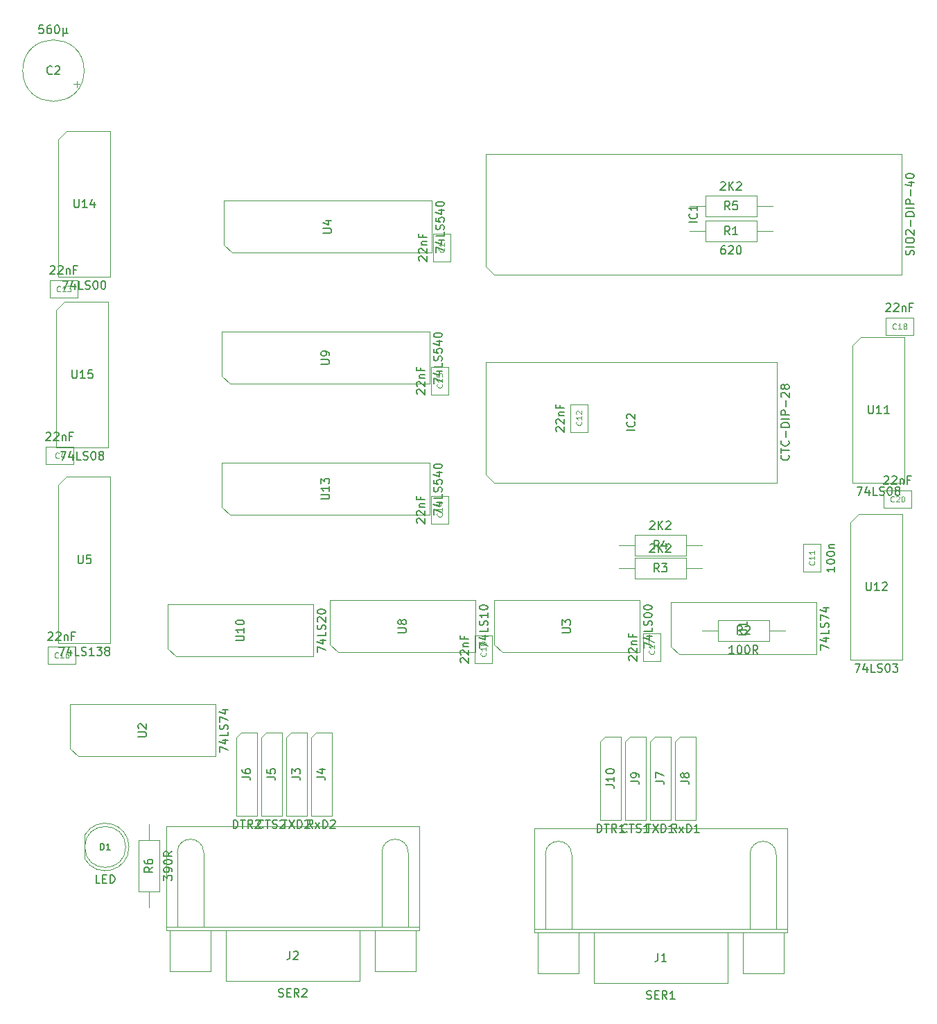
<source format=gbr>
%TF.GenerationSoftware,KiCad,Pcbnew,(5.1.10)-1*%
%TF.CreationDate,2024-05-08T08:23:43+02:00*%
%TF.ProjectId,M003,4d303033-2e6b-4696-9361-645f70636258,rev?*%
%TF.SameCoordinates,Original*%
%TF.FileFunction,Other,Fab,Top*%
%FSLAX46Y46*%
G04 Gerber Fmt 4.6, Leading zero omitted, Abs format (unit mm)*
G04 Created by KiCad (PCBNEW (5.1.10)-1) date 2024-05-08 08:23:43*
%MOMM*%
%LPD*%
G01*
G04 APERTURE LIST*
%ADD10C,0.100000*%
%ADD11C,0.150000*%
%ADD12C,0.102000*%
%ADD13C,0.200000*%
G04 APERTURE END LIST*
D10*
%TO.C,U8*%
X133842000Y-103505000D02*
X132842000Y-102505000D01*
X150622000Y-103505000D02*
X133842000Y-103505000D01*
X150622000Y-97155000D02*
X150622000Y-103505000D01*
X132842000Y-97155000D02*
X150622000Y-97155000D01*
X132842000Y-102505000D02*
X132842000Y-97155000D01*
%TO.C,J10*%
X165862000Y-114427000D02*
X166497000Y-113792000D01*
X165862000Y-123952000D02*
X165862000Y-114427000D01*
X168402000Y-123952000D02*
X165862000Y-123952000D01*
X168402000Y-113792000D02*
X168402000Y-123952000D01*
X166497000Y-113792000D02*
X168402000Y-113792000D01*
%TO.C,J9*%
X168910000Y-114427000D02*
X169545000Y-113792000D01*
X168910000Y-123952000D02*
X168910000Y-114427000D01*
X171450000Y-123952000D02*
X168910000Y-123952000D01*
X171450000Y-113792000D02*
X171450000Y-123952000D01*
X169545000Y-113792000D02*
X171450000Y-113792000D01*
%TO.C,J8*%
X175006000Y-114427000D02*
X175641000Y-113792000D01*
X175006000Y-123952000D02*
X175006000Y-114427000D01*
X177546000Y-123952000D02*
X175006000Y-123952000D01*
X177546000Y-113792000D02*
X177546000Y-123952000D01*
X175641000Y-113792000D02*
X177546000Y-113792000D01*
%TO.C,J7*%
X171958000Y-114427000D02*
X172593000Y-113792000D01*
X171958000Y-123952000D02*
X171958000Y-114427000D01*
X174498000Y-123952000D02*
X171958000Y-123952000D01*
X174498000Y-113792000D02*
X174498000Y-123952000D01*
X172593000Y-113792000D02*
X174498000Y-113792000D01*
%TO.C,J6*%
X121412000Y-113919000D02*
X122047000Y-113284000D01*
X121412000Y-123444000D02*
X121412000Y-113919000D01*
X123952000Y-123444000D02*
X121412000Y-123444000D01*
X123952000Y-113284000D02*
X123952000Y-123444000D01*
X122047000Y-113284000D02*
X123952000Y-113284000D01*
%TO.C,J5*%
X124460000Y-113919000D02*
X125095000Y-113284000D01*
X124460000Y-123444000D02*
X124460000Y-113919000D01*
X127000000Y-123444000D02*
X124460000Y-123444000D01*
X127000000Y-113284000D02*
X127000000Y-123444000D01*
X125095000Y-113284000D02*
X127000000Y-113284000D01*
%TO.C,J4*%
X130556000Y-113919000D02*
X131191000Y-113284000D01*
X130556000Y-123444000D02*
X130556000Y-113919000D01*
X133096000Y-123444000D02*
X130556000Y-123444000D01*
X133096000Y-113284000D02*
X133096000Y-123444000D01*
X131191000Y-113284000D02*
X133096000Y-113284000D01*
%TO.C,J3*%
X127508000Y-113919000D02*
X128143000Y-113284000D01*
X127508000Y-123444000D02*
X127508000Y-113919000D01*
X130048000Y-123444000D02*
X127508000Y-123444000D01*
X130048000Y-113284000D02*
X130048000Y-123444000D01*
X128143000Y-113284000D02*
X130048000Y-113284000D01*
%TO.C,U15*%
X100441000Y-60706000D02*
X105791000Y-60706000D01*
X105791000Y-60706000D02*
X105791000Y-78486000D01*
X105791000Y-78486000D02*
X99441000Y-78486000D01*
X99441000Y-78486000D02*
X99441000Y-61706000D01*
X99441000Y-61706000D02*
X100441000Y-60706000D01*
%TO.C,U14*%
X100695000Y-39878000D02*
X106045000Y-39878000D01*
X106045000Y-39878000D02*
X106045000Y-57658000D01*
X106045000Y-57658000D02*
X99695000Y-57658000D01*
X99695000Y-57658000D02*
X99695000Y-40878000D01*
X99695000Y-40878000D02*
X100695000Y-39878000D01*
%TO.C,R6*%
X109494000Y-132690000D02*
X111994000Y-132690000D01*
X111994000Y-132690000D02*
X111994000Y-126390000D01*
X111994000Y-126390000D02*
X109494000Y-126390000D01*
X109494000Y-126390000D02*
X109494000Y-132690000D01*
X110744000Y-134620000D02*
X110744000Y-132690000D01*
X110744000Y-124460000D02*
X110744000Y-126390000D01*
%TO.C,R5*%
X185014000Y-50272000D02*
X185014000Y-47772000D01*
X185014000Y-47772000D02*
X178714000Y-47772000D01*
X178714000Y-47772000D02*
X178714000Y-50272000D01*
X178714000Y-50272000D02*
X185014000Y-50272000D01*
X186944000Y-49022000D02*
X185014000Y-49022000D01*
X176784000Y-49022000D02*
X178714000Y-49022000D01*
%TO.C,C20*%
X203904000Y-85886000D02*
X203904000Y-83786000D01*
X203904000Y-83786000D02*
X200504000Y-83786000D01*
X200504000Y-83786000D02*
X200504000Y-85886000D01*
X200504000Y-85886000D02*
X203904000Y-85886000D01*
%TO.C,C19*%
X152688000Y-101404000D02*
X150588000Y-101404000D01*
X150588000Y-101404000D02*
X150588000Y-104804000D01*
X150588000Y-104804000D02*
X152688000Y-104804000D01*
X152688000Y-104804000D02*
X152688000Y-101404000D01*
%TO.C,C18*%
X204158000Y-64804000D02*
X204158000Y-62704000D01*
X204158000Y-62704000D02*
X200758000Y-62704000D01*
X200758000Y-62704000D02*
X200758000Y-64804000D01*
X200758000Y-64804000D02*
X204158000Y-64804000D01*
%TO.C,C17*%
X173262000Y-101150000D02*
X171162000Y-101150000D01*
X171162000Y-101150000D02*
X171162000Y-104550000D01*
X171162000Y-104550000D02*
X173262000Y-104550000D01*
X173262000Y-104550000D02*
X173262000Y-101150000D01*
%TO.C,C16*%
X101796000Y-104936000D02*
X101796000Y-102836000D01*
X101796000Y-102836000D02*
X98396000Y-102836000D01*
X98396000Y-102836000D02*
X98396000Y-104936000D01*
X98396000Y-104936000D02*
X101796000Y-104936000D01*
%TO.C,C15*%
X147354000Y-68638000D02*
X145254000Y-68638000D01*
X145254000Y-68638000D02*
X145254000Y-72038000D01*
X145254000Y-72038000D02*
X147354000Y-72038000D01*
X147354000Y-72038000D02*
X147354000Y-68638000D01*
%TO.C,C14*%
X147354000Y-84386000D02*
X145254000Y-84386000D01*
X145254000Y-84386000D02*
X145254000Y-87786000D01*
X145254000Y-87786000D02*
X147354000Y-87786000D01*
X147354000Y-87786000D02*
X147354000Y-84386000D01*
%TO.C,C13*%
X102050000Y-60232000D02*
X102050000Y-58132000D01*
X102050000Y-58132000D02*
X98650000Y-58132000D01*
X98650000Y-58132000D02*
X98650000Y-60232000D01*
X98650000Y-60232000D02*
X102050000Y-60232000D01*
%TO.C,C4*%
X101542000Y-80552000D02*
X101542000Y-78452000D01*
X101542000Y-78452000D02*
X98142000Y-78452000D01*
X98142000Y-78452000D02*
X98142000Y-80552000D01*
X98142000Y-80552000D02*
X101542000Y-80552000D01*
%TO.C,C1*%
X147608000Y-52382000D02*
X145508000Y-52382000D01*
X145508000Y-52382000D02*
X145508000Y-55782000D01*
X145508000Y-55782000D02*
X147608000Y-55782000D01*
X147608000Y-55782000D02*
X147608000Y-52382000D01*
%TO.C,U13*%
X120634000Y-86741000D02*
X119634000Y-85741000D01*
X145034000Y-86741000D02*
X120634000Y-86741000D01*
X145034000Y-80391000D02*
X145034000Y-86741000D01*
X119634000Y-80391000D02*
X145034000Y-80391000D01*
X119634000Y-85741000D02*
X119634000Y-80391000D01*
%TO.C,U12*%
X196469000Y-87614000D02*
X197469000Y-86614000D01*
X196469000Y-104394000D02*
X196469000Y-87614000D01*
X202819000Y-104394000D02*
X196469000Y-104394000D01*
X202819000Y-86614000D02*
X202819000Y-104394000D01*
X197469000Y-86614000D02*
X202819000Y-86614000D01*
%TO.C,U11*%
X196723000Y-66024000D02*
X197723000Y-65024000D01*
X196723000Y-82804000D02*
X196723000Y-66024000D01*
X203073000Y-82804000D02*
X196723000Y-82804000D01*
X203073000Y-65024000D02*
X203073000Y-82804000D01*
X197723000Y-65024000D02*
X203073000Y-65024000D01*
%TO.C,U10*%
X114030000Y-104013000D02*
X113030000Y-103013000D01*
X130810000Y-104013000D02*
X114030000Y-104013000D01*
X130810000Y-97663000D02*
X130810000Y-104013000D01*
X113030000Y-97663000D02*
X130810000Y-97663000D01*
X113030000Y-103013000D02*
X113030000Y-97663000D01*
%TO.C,U9*%
X120634000Y-70739000D02*
X119634000Y-69739000D01*
X145034000Y-70739000D02*
X120634000Y-70739000D01*
X145034000Y-64389000D02*
X145034000Y-70739000D01*
X119634000Y-64389000D02*
X145034000Y-64389000D01*
X119634000Y-69739000D02*
X119634000Y-64389000D01*
%TO.C,R4*%
X168148000Y-90424000D02*
X170078000Y-90424000D01*
X178308000Y-90424000D02*
X176378000Y-90424000D01*
X170078000Y-91674000D02*
X176378000Y-91674000D01*
X170078000Y-89174000D02*
X170078000Y-91674000D01*
X176378000Y-89174000D02*
X170078000Y-89174000D01*
X176378000Y-91674000D02*
X176378000Y-89174000D01*
%TO.C,R3*%
X168148000Y-93218000D02*
X170078000Y-93218000D01*
X178308000Y-93218000D02*
X176378000Y-93218000D01*
X170078000Y-94468000D02*
X176378000Y-94468000D01*
X170078000Y-91968000D02*
X170078000Y-94468000D01*
X176378000Y-91968000D02*
X170078000Y-91968000D01*
X176378000Y-94468000D02*
X176378000Y-91968000D01*
%TO.C,R2*%
X188468000Y-100838000D02*
X186538000Y-100838000D01*
X178308000Y-100838000D02*
X180238000Y-100838000D01*
X186538000Y-99588000D02*
X180238000Y-99588000D01*
X186538000Y-102088000D02*
X186538000Y-99588000D01*
X180238000Y-102088000D02*
X186538000Y-102088000D01*
X180238000Y-99588000D02*
X180238000Y-102088000D01*
%TO.C,C12*%
X164372000Y-76610000D02*
X164372000Y-73210000D01*
X162272000Y-76610000D02*
X164372000Y-76610000D01*
X162272000Y-73210000D02*
X162272000Y-76610000D01*
X164372000Y-73210000D02*
X162272000Y-73210000D01*
%TO.C,C11*%
X190720000Y-90268000D02*
X190720000Y-93668000D01*
X192820000Y-90268000D02*
X190720000Y-90268000D01*
X192820000Y-93668000D02*
X192820000Y-90268000D01*
X190720000Y-93668000D02*
X192820000Y-93668000D01*
%TO.C,U5*%
X99695000Y-83042000D02*
X100695000Y-82042000D01*
X99695000Y-102362000D02*
X99695000Y-83042000D01*
X106045000Y-102362000D02*
X99695000Y-102362000D01*
X106045000Y-82042000D02*
X106045000Y-102362000D01*
X100695000Y-82042000D02*
X106045000Y-82042000D01*
%TO.C,U4*%
X120888000Y-54737000D02*
X119888000Y-53737000D01*
X145288000Y-54737000D02*
X120888000Y-54737000D01*
X145288000Y-48387000D02*
X145288000Y-54737000D01*
X119888000Y-48387000D02*
X145288000Y-48387000D01*
X119888000Y-53737000D02*
X119888000Y-48387000D01*
%TO.C,U3*%
X153908000Y-103505000D02*
X152908000Y-102505000D01*
X170688000Y-103505000D02*
X153908000Y-103505000D01*
X170688000Y-97155000D02*
X170688000Y-103505000D01*
X152908000Y-97155000D02*
X170688000Y-97155000D01*
X152908000Y-102505000D02*
X152908000Y-97155000D01*
%TO.C,U2*%
X102092000Y-116205000D02*
X101092000Y-115205000D01*
X118872000Y-116205000D02*
X102092000Y-116205000D01*
X118872000Y-109855000D02*
X118872000Y-116205000D01*
X101092000Y-109855000D02*
X118872000Y-109855000D01*
X101092000Y-115205000D02*
X101092000Y-109855000D01*
%TO.C,U1*%
X175498000Y-103759000D02*
X174498000Y-102759000D01*
X192278000Y-103759000D02*
X175498000Y-103759000D01*
X192278000Y-97409000D02*
X192278000Y-103759000D01*
X174498000Y-97409000D02*
X192278000Y-97409000D01*
X174498000Y-102759000D02*
X174498000Y-97409000D01*
%TO.C,R1*%
X186944000Y-52070000D02*
X185014000Y-52070000D01*
X176784000Y-52070000D02*
X178714000Y-52070000D01*
X185014000Y-50820000D02*
X178714000Y-50820000D01*
X185014000Y-53320000D02*
X185014000Y-50820000D01*
X178714000Y-53320000D02*
X185014000Y-53320000D01*
X178714000Y-50820000D02*
X178714000Y-53320000D01*
%TO.C,J2*%
X142418000Y-137032000D02*
X142418000Y-127912000D01*
X139218000Y-137032000D02*
X139218000Y-127912000D01*
X117418000Y-137032000D02*
X117418000Y-127912000D01*
X114218000Y-137032000D02*
X114218000Y-127912000D01*
X143318000Y-137432000D02*
X138318000Y-137432000D01*
X143318000Y-142432000D02*
X143318000Y-137432000D01*
X138318000Y-142432000D02*
X143318000Y-142432000D01*
X138318000Y-137432000D02*
X138318000Y-142432000D01*
X118318000Y-137432000D02*
X113318000Y-137432000D01*
X118318000Y-142432000D02*
X118318000Y-137432000D01*
X113318000Y-142432000D02*
X118318000Y-142432000D01*
X113318000Y-137432000D02*
X113318000Y-142432000D01*
X136468000Y-137432000D02*
X120168000Y-137432000D01*
X136468000Y-143602000D02*
X136468000Y-137432000D01*
X120168000Y-143602000D02*
X136468000Y-143602000D01*
X120168000Y-137432000D02*
X120168000Y-143602000D01*
X143743000Y-137032000D02*
X112893000Y-137032000D01*
X143743000Y-137432000D02*
X143743000Y-137032000D01*
X112893000Y-137432000D02*
X143743000Y-137432000D01*
X112893000Y-137032000D02*
X112893000Y-137432000D01*
X143743000Y-124692000D02*
X112893000Y-124692000D01*
X143743000Y-137032000D02*
X143743000Y-124692000D01*
X112893000Y-137032000D02*
X143743000Y-137032000D01*
X112893000Y-124692000D02*
X112893000Y-137032000D01*
X142418000Y-127912000D02*
G75*
G03*
X139218000Y-127912000I-1600000J0D01*
G01*
X117418000Y-127912000D02*
G75*
G03*
X114218000Y-127912000I-1600000J0D01*
G01*
%TO.C,J1*%
X187376000Y-137286000D02*
X187376000Y-128166000D01*
X184176000Y-137286000D02*
X184176000Y-128166000D01*
X162376000Y-137286000D02*
X162376000Y-128166000D01*
X159176000Y-137286000D02*
X159176000Y-128166000D01*
X188276000Y-137686000D02*
X183276000Y-137686000D01*
X188276000Y-142686000D02*
X188276000Y-137686000D01*
X183276000Y-142686000D02*
X188276000Y-142686000D01*
X183276000Y-137686000D02*
X183276000Y-142686000D01*
X163276000Y-137686000D02*
X158276000Y-137686000D01*
X163276000Y-142686000D02*
X163276000Y-137686000D01*
X158276000Y-142686000D02*
X163276000Y-142686000D01*
X158276000Y-137686000D02*
X158276000Y-142686000D01*
X181426000Y-137686000D02*
X165126000Y-137686000D01*
X181426000Y-143856000D02*
X181426000Y-137686000D01*
X165126000Y-143856000D02*
X181426000Y-143856000D01*
X165126000Y-137686000D02*
X165126000Y-143856000D01*
X188701000Y-137286000D02*
X157851000Y-137286000D01*
X188701000Y-137686000D02*
X188701000Y-137286000D01*
X157851000Y-137686000D02*
X188701000Y-137686000D01*
X157851000Y-137286000D02*
X157851000Y-137686000D01*
X188701000Y-124946000D02*
X157851000Y-124946000D01*
X188701000Y-137286000D02*
X188701000Y-124946000D01*
X157851000Y-137286000D02*
X188701000Y-137286000D01*
X157851000Y-124946000D02*
X157851000Y-137286000D01*
X187376000Y-128166000D02*
G75*
G03*
X184176000Y-128166000I-1600000J0D01*
G01*
X162376000Y-128166000D02*
G75*
G03*
X159176000Y-128166000I-1600000J0D01*
G01*
%TO.C,IC2*%
X152892000Y-82803000D02*
X151892000Y-81803000D01*
X187452000Y-82803000D02*
X152892000Y-82803000D01*
X187452000Y-68073000D02*
X187452000Y-82803000D01*
X151892000Y-68073000D02*
X187452000Y-68073000D01*
X151892000Y-81803000D02*
X151892000Y-68073000D01*
%TO.C,IC1*%
X152892000Y-57403000D02*
X151892000Y-56403000D01*
X202692000Y-57403000D02*
X152892000Y-57403000D01*
X202692000Y-42673000D02*
X202692000Y-57403000D01*
X151892000Y-42673000D02*
X202692000Y-42673000D01*
X151892000Y-56403000D02*
X151892000Y-42673000D01*
%TO.C,D1*%
X102910000Y-125784306D02*
X102910000Y-128723694D01*
X107910000Y-127254000D02*
G75*
G03*
X107910000Y-127254000I-2500000J0D01*
G01*
X102909984Y-128723666D02*
G75*
G03*
X102910000Y-125784306I2500016J1469666D01*
G01*
%TO.C,C2*%
X101916233Y-34524500D02*
X101916233Y-33774500D01*
X102291233Y-34149500D02*
X101541233Y-34149500D01*
X102830000Y-32512000D02*
G75*
G03*
X102830000Y-32512000I-3750000J0D01*
G01*
%TD*%
%TO.C,U8*%
D11*
X151134380Y-102972857D02*
X151134380Y-102306190D01*
X152134380Y-102734761D01*
X151467714Y-101496666D02*
X152134380Y-101496666D01*
X151086761Y-101734761D02*
X151801047Y-101972857D01*
X151801047Y-101353809D01*
X152134380Y-100496666D02*
X152134380Y-100972857D01*
X151134380Y-100972857D01*
X152086761Y-100210952D02*
X152134380Y-100068095D01*
X152134380Y-99830000D01*
X152086761Y-99734761D01*
X152039142Y-99687142D01*
X151943904Y-99639523D01*
X151848666Y-99639523D01*
X151753428Y-99687142D01*
X151705809Y-99734761D01*
X151658190Y-99830000D01*
X151610571Y-100020476D01*
X151562952Y-100115714D01*
X151515333Y-100163333D01*
X151420095Y-100210952D01*
X151324857Y-100210952D01*
X151229619Y-100163333D01*
X151182000Y-100115714D01*
X151134380Y-100020476D01*
X151134380Y-99782380D01*
X151182000Y-99639523D01*
X152134380Y-98687142D02*
X152134380Y-99258571D01*
X152134380Y-98972857D02*
X151134380Y-98972857D01*
X151277238Y-99068095D01*
X151372476Y-99163333D01*
X151420095Y-99258571D01*
X151134380Y-98068095D02*
X151134380Y-97972857D01*
X151182000Y-97877619D01*
X151229619Y-97830000D01*
X151324857Y-97782380D01*
X151515333Y-97734761D01*
X151753428Y-97734761D01*
X151943904Y-97782380D01*
X152039142Y-97830000D01*
X152086761Y-97877619D01*
X152134380Y-97972857D01*
X152134380Y-98068095D01*
X152086761Y-98163333D01*
X152039142Y-98210952D01*
X151943904Y-98258571D01*
X151753428Y-98306190D01*
X151515333Y-98306190D01*
X151324857Y-98258571D01*
X151229619Y-98210952D01*
X151182000Y-98163333D01*
X151134380Y-98068095D01*
X141184380Y-101091904D02*
X141993904Y-101091904D01*
X142089142Y-101044285D01*
X142136761Y-100996666D01*
X142184380Y-100901428D01*
X142184380Y-100710952D01*
X142136761Y-100615714D01*
X142089142Y-100568095D01*
X141993904Y-100520476D01*
X141184380Y-100520476D01*
X141612952Y-99901428D02*
X141565333Y-99996666D01*
X141517714Y-100044285D01*
X141422476Y-100091904D01*
X141374857Y-100091904D01*
X141279619Y-100044285D01*
X141232000Y-99996666D01*
X141184380Y-99901428D01*
X141184380Y-99710952D01*
X141232000Y-99615714D01*
X141279619Y-99568095D01*
X141374857Y-99520476D01*
X141422476Y-99520476D01*
X141517714Y-99568095D01*
X141565333Y-99615714D01*
X141612952Y-99710952D01*
X141612952Y-99901428D01*
X141660571Y-99996666D01*
X141708190Y-100044285D01*
X141803428Y-100091904D01*
X141993904Y-100091904D01*
X142089142Y-100044285D01*
X142136761Y-99996666D01*
X142184380Y-99901428D01*
X142184380Y-99710952D01*
X142136761Y-99615714D01*
X142089142Y-99568095D01*
X141993904Y-99520476D01*
X141803428Y-99520476D01*
X141708190Y-99568095D01*
X141660571Y-99615714D01*
X141612952Y-99710952D01*
%TO.C,J10*%
X165512952Y-125464380D02*
X165512952Y-124464380D01*
X165751047Y-124464380D01*
X165893904Y-124512000D01*
X165989142Y-124607238D01*
X166036761Y-124702476D01*
X166084380Y-124892952D01*
X166084380Y-125035809D01*
X166036761Y-125226285D01*
X165989142Y-125321523D01*
X165893904Y-125416761D01*
X165751047Y-125464380D01*
X165512952Y-125464380D01*
X166370095Y-124464380D02*
X166941523Y-124464380D01*
X166655809Y-125464380D02*
X166655809Y-124464380D01*
X167846285Y-125464380D02*
X167512952Y-124988190D01*
X167274857Y-125464380D02*
X167274857Y-124464380D01*
X167655809Y-124464380D01*
X167751047Y-124512000D01*
X167798666Y-124559619D01*
X167846285Y-124654857D01*
X167846285Y-124797714D01*
X167798666Y-124892952D01*
X167751047Y-124940571D01*
X167655809Y-124988190D01*
X167274857Y-124988190D01*
X168798666Y-125464380D02*
X168227238Y-125464380D01*
X168512952Y-125464380D02*
X168512952Y-124464380D01*
X168417714Y-124607238D01*
X168322476Y-124702476D01*
X168227238Y-124750095D01*
X166584380Y-119681523D02*
X167298666Y-119681523D01*
X167441523Y-119729142D01*
X167536761Y-119824380D01*
X167584380Y-119967238D01*
X167584380Y-120062476D01*
X167584380Y-118681523D02*
X167584380Y-119252952D01*
X167584380Y-118967238D02*
X166584380Y-118967238D01*
X166727238Y-119062476D01*
X166822476Y-119157714D01*
X166870095Y-119252952D01*
X166584380Y-118062476D02*
X166584380Y-117967238D01*
X166632000Y-117872000D01*
X166679619Y-117824380D01*
X166774857Y-117776761D01*
X166965333Y-117729142D01*
X167203428Y-117729142D01*
X167393904Y-117776761D01*
X167489142Y-117824380D01*
X167536761Y-117872000D01*
X167584380Y-117967238D01*
X167584380Y-118062476D01*
X167536761Y-118157714D01*
X167489142Y-118205333D01*
X167393904Y-118252952D01*
X167203428Y-118300571D01*
X166965333Y-118300571D01*
X166774857Y-118252952D01*
X166679619Y-118205333D01*
X166632000Y-118157714D01*
X166584380Y-118062476D01*
%TO.C,J9*%
X169156190Y-125369142D02*
X169108571Y-125416761D01*
X168965714Y-125464380D01*
X168870476Y-125464380D01*
X168727619Y-125416761D01*
X168632380Y-125321523D01*
X168584761Y-125226285D01*
X168537142Y-125035809D01*
X168537142Y-124892952D01*
X168584761Y-124702476D01*
X168632380Y-124607238D01*
X168727619Y-124512000D01*
X168870476Y-124464380D01*
X168965714Y-124464380D01*
X169108571Y-124512000D01*
X169156190Y-124559619D01*
X169441904Y-124464380D02*
X170013333Y-124464380D01*
X169727619Y-125464380D02*
X169727619Y-124464380D01*
X170299047Y-125416761D02*
X170441904Y-125464380D01*
X170680000Y-125464380D01*
X170775238Y-125416761D01*
X170822857Y-125369142D01*
X170870476Y-125273904D01*
X170870476Y-125178666D01*
X170822857Y-125083428D01*
X170775238Y-125035809D01*
X170680000Y-124988190D01*
X170489523Y-124940571D01*
X170394285Y-124892952D01*
X170346666Y-124845333D01*
X170299047Y-124750095D01*
X170299047Y-124654857D01*
X170346666Y-124559619D01*
X170394285Y-124512000D01*
X170489523Y-124464380D01*
X170727619Y-124464380D01*
X170870476Y-124512000D01*
X171822857Y-125464380D02*
X171251428Y-125464380D01*
X171537142Y-125464380D02*
X171537142Y-124464380D01*
X171441904Y-124607238D01*
X171346666Y-124702476D01*
X171251428Y-124750095D01*
X169632380Y-119205333D02*
X170346666Y-119205333D01*
X170489523Y-119252952D01*
X170584761Y-119348190D01*
X170632380Y-119491047D01*
X170632380Y-119586285D01*
X170632380Y-118681523D02*
X170632380Y-118491047D01*
X170584761Y-118395809D01*
X170537142Y-118348190D01*
X170394285Y-118252952D01*
X170203809Y-118205333D01*
X169822857Y-118205333D01*
X169727619Y-118252952D01*
X169680000Y-118300571D01*
X169632380Y-118395809D01*
X169632380Y-118586285D01*
X169680000Y-118681523D01*
X169727619Y-118729142D01*
X169822857Y-118776761D01*
X170060952Y-118776761D01*
X170156190Y-118729142D01*
X170203809Y-118681523D01*
X170251428Y-118586285D01*
X170251428Y-118395809D01*
X170203809Y-118300571D01*
X170156190Y-118252952D01*
X170060952Y-118205333D01*
%TO.C,J8*%
X175204571Y-125464380D02*
X174871238Y-124988190D01*
X174633142Y-125464380D02*
X174633142Y-124464380D01*
X175014095Y-124464380D01*
X175109333Y-124512000D01*
X175156952Y-124559619D01*
X175204571Y-124654857D01*
X175204571Y-124797714D01*
X175156952Y-124892952D01*
X175109333Y-124940571D01*
X175014095Y-124988190D01*
X174633142Y-124988190D01*
X175537904Y-125464380D02*
X176061714Y-124797714D01*
X175537904Y-124797714D02*
X176061714Y-125464380D01*
X176442666Y-125464380D02*
X176442666Y-124464380D01*
X176680761Y-124464380D01*
X176823619Y-124512000D01*
X176918857Y-124607238D01*
X176966476Y-124702476D01*
X177014095Y-124892952D01*
X177014095Y-125035809D01*
X176966476Y-125226285D01*
X176918857Y-125321523D01*
X176823619Y-125416761D01*
X176680761Y-125464380D01*
X176442666Y-125464380D01*
X177966476Y-125464380D02*
X177395047Y-125464380D01*
X177680761Y-125464380D02*
X177680761Y-124464380D01*
X177585523Y-124607238D01*
X177490285Y-124702476D01*
X177395047Y-124750095D01*
X175728380Y-119205333D02*
X176442666Y-119205333D01*
X176585523Y-119252952D01*
X176680761Y-119348190D01*
X176728380Y-119491047D01*
X176728380Y-119586285D01*
X176156952Y-118586285D02*
X176109333Y-118681523D01*
X176061714Y-118729142D01*
X175966476Y-118776761D01*
X175918857Y-118776761D01*
X175823619Y-118729142D01*
X175776000Y-118681523D01*
X175728380Y-118586285D01*
X175728380Y-118395809D01*
X175776000Y-118300571D01*
X175823619Y-118252952D01*
X175918857Y-118205333D01*
X175966476Y-118205333D01*
X176061714Y-118252952D01*
X176109333Y-118300571D01*
X176156952Y-118395809D01*
X176156952Y-118586285D01*
X176204571Y-118681523D01*
X176252190Y-118729142D01*
X176347428Y-118776761D01*
X176537904Y-118776761D01*
X176633142Y-118729142D01*
X176680761Y-118681523D01*
X176728380Y-118586285D01*
X176728380Y-118395809D01*
X176680761Y-118300571D01*
X176633142Y-118252952D01*
X176537904Y-118205333D01*
X176347428Y-118205333D01*
X176252190Y-118252952D01*
X176204571Y-118300571D01*
X176156952Y-118395809D01*
%TO.C,J7*%
X171489904Y-124464380D02*
X172061333Y-124464380D01*
X171775619Y-125464380D02*
X171775619Y-124464380D01*
X172299428Y-124464380D02*
X172966095Y-125464380D01*
X172966095Y-124464380D02*
X172299428Y-125464380D01*
X173347047Y-125464380D02*
X173347047Y-124464380D01*
X173585142Y-124464380D01*
X173728000Y-124512000D01*
X173823238Y-124607238D01*
X173870857Y-124702476D01*
X173918476Y-124892952D01*
X173918476Y-125035809D01*
X173870857Y-125226285D01*
X173823238Y-125321523D01*
X173728000Y-125416761D01*
X173585142Y-125464380D01*
X173347047Y-125464380D01*
X174870857Y-125464380D02*
X174299428Y-125464380D01*
X174585142Y-125464380D02*
X174585142Y-124464380D01*
X174489904Y-124607238D01*
X174394666Y-124702476D01*
X174299428Y-124750095D01*
X172680380Y-119205333D02*
X173394666Y-119205333D01*
X173537523Y-119252952D01*
X173632761Y-119348190D01*
X173680380Y-119491047D01*
X173680380Y-119586285D01*
X172680380Y-118824380D02*
X172680380Y-118157714D01*
X173680380Y-118586285D01*
%TO.C,J6*%
X121062952Y-124956380D02*
X121062952Y-123956380D01*
X121301047Y-123956380D01*
X121443904Y-124004000D01*
X121539142Y-124099238D01*
X121586761Y-124194476D01*
X121634380Y-124384952D01*
X121634380Y-124527809D01*
X121586761Y-124718285D01*
X121539142Y-124813523D01*
X121443904Y-124908761D01*
X121301047Y-124956380D01*
X121062952Y-124956380D01*
X121920095Y-123956380D02*
X122491523Y-123956380D01*
X122205809Y-124956380D02*
X122205809Y-123956380D01*
X123396285Y-124956380D02*
X123062952Y-124480190D01*
X122824857Y-124956380D02*
X122824857Y-123956380D01*
X123205809Y-123956380D01*
X123301047Y-124004000D01*
X123348666Y-124051619D01*
X123396285Y-124146857D01*
X123396285Y-124289714D01*
X123348666Y-124384952D01*
X123301047Y-124432571D01*
X123205809Y-124480190D01*
X122824857Y-124480190D01*
X123777238Y-124051619D02*
X123824857Y-124004000D01*
X123920095Y-123956380D01*
X124158190Y-123956380D01*
X124253428Y-124004000D01*
X124301047Y-124051619D01*
X124348666Y-124146857D01*
X124348666Y-124242095D01*
X124301047Y-124384952D01*
X123729619Y-124956380D01*
X124348666Y-124956380D01*
X122134380Y-118697333D02*
X122848666Y-118697333D01*
X122991523Y-118744952D01*
X123086761Y-118840190D01*
X123134380Y-118983047D01*
X123134380Y-119078285D01*
X122134380Y-117792571D02*
X122134380Y-117983047D01*
X122182000Y-118078285D01*
X122229619Y-118125904D01*
X122372476Y-118221142D01*
X122562952Y-118268761D01*
X122943904Y-118268761D01*
X123039142Y-118221142D01*
X123086761Y-118173523D01*
X123134380Y-118078285D01*
X123134380Y-117887809D01*
X123086761Y-117792571D01*
X123039142Y-117744952D01*
X122943904Y-117697333D01*
X122705809Y-117697333D01*
X122610571Y-117744952D01*
X122562952Y-117792571D01*
X122515333Y-117887809D01*
X122515333Y-118078285D01*
X122562952Y-118173523D01*
X122610571Y-118221142D01*
X122705809Y-118268761D01*
%TO.C,J5*%
X124706190Y-124861142D02*
X124658571Y-124908761D01*
X124515714Y-124956380D01*
X124420476Y-124956380D01*
X124277619Y-124908761D01*
X124182380Y-124813523D01*
X124134761Y-124718285D01*
X124087142Y-124527809D01*
X124087142Y-124384952D01*
X124134761Y-124194476D01*
X124182380Y-124099238D01*
X124277619Y-124004000D01*
X124420476Y-123956380D01*
X124515714Y-123956380D01*
X124658571Y-124004000D01*
X124706190Y-124051619D01*
X124991904Y-123956380D02*
X125563333Y-123956380D01*
X125277619Y-124956380D02*
X125277619Y-123956380D01*
X125849047Y-124908761D02*
X125991904Y-124956380D01*
X126230000Y-124956380D01*
X126325238Y-124908761D01*
X126372857Y-124861142D01*
X126420476Y-124765904D01*
X126420476Y-124670666D01*
X126372857Y-124575428D01*
X126325238Y-124527809D01*
X126230000Y-124480190D01*
X126039523Y-124432571D01*
X125944285Y-124384952D01*
X125896666Y-124337333D01*
X125849047Y-124242095D01*
X125849047Y-124146857D01*
X125896666Y-124051619D01*
X125944285Y-124004000D01*
X126039523Y-123956380D01*
X126277619Y-123956380D01*
X126420476Y-124004000D01*
X126801428Y-124051619D02*
X126849047Y-124004000D01*
X126944285Y-123956380D01*
X127182380Y-123956380D01*
X127277619Y-124004000D01*
X127325238Y-124051619D01*
X127372857Y-124146857D01*
X127372857Y-124242095D01*
X127325238Y-124384952D01*
X126753809Y-124956380D01*
X127372857Y-124956380D01*
X125182380Y-118697333D02*
X125896666Y-118697333D01*
X126039523Y-118744952D01*
X126134761Y-118840190D01*
X126182380Y-118983047D01*
X126182380Y-119078285D01*
X125182380Y-117744952D02*
X125182380Y-118221142D01*
X125658571Y-118268761D01*
X125610952Y-118221142D01*
X125563333Y-118125904D01*
X125563333Y-117887809D01*
X125610952Y-117792571D01*
X125658571Y-117744952D01*
X125753809Y-117697333D01*
X125991904Y-117697333D01*
X126087142Y-117744952D01*
X126134761Y-117792571D01*
X126182380Y-117887809D01*
X126182380Y-118125904D01*
X126134761Y-118221142D01*
X126087142Y-118268761D01*
%TO.C,J4*%
X130754571Y-124956380D02*
X130421238Y-124480190D01*
X130183142Y-124956380D02*
X130183142Y-123956380D01*
X130564095Y-123956380D01*
X130659333Y-124004000D01*
X130706952Y-124051619D01*
X130754571Y-124146857D01*
X130754571Y-124289714D01*
X130706952Y-124384952D01*
X130659333Y-124432571D01*
X130564095Y-124480190D01*
X130183142Y-124480190D01*
X131087904Y-124956380D02*
X131611714Y-124289714D01*
X131087904Y-124289714D02*
X131611714Y-124956380D01*
X131992666Y-124956380D02*
X131992666Y-123956380D01*
X132230761Y-123956380D01*
X132373619Y-124004000D01*
X132468857Y-124099238D01*
X132516476Y-124194476D01*
X132564095Y-124384952D01*
X132564095Y-124527809D01*
X132516476Y-124718285D01*
X132468857Y-124813523D01*
X132373619Y-124908761D01*
X132230761Y-124956380D01*
X131992666Y-124956380D01*
X132945047Y-124051619D02*
X132992666Y-124004000D01*
X133087904Y-123956380D01*
X133326000Y-123956380D01*
X133421238Y-124004000D01*
X133468857Y-124051619D01*
X133516476Y-124146857D01*
X133516476Y-124242095D01*
X133468857Y-124384952D01*
X132897428Y-124956380D01*
X133516476Y-124956380D01*
X131278380Y-118697333D02*
X131992666Y-118697333D01*
X132135523Y-118744952D01*
X132230761Y-118840190D01*
X132278380Y-118983047D01*
X132278380Y-119078285D01*
X131611714Y-117792571D02*
X132278380Y-117792571D01*
X131230761Y-118030666D02*
X131945047Y-118268761D01*
X131945047Y-117649714D01*
%TO.C,J3*%
X127039904Y-123956380D02*
X127611333Y-123956380D01*
X127325619Y-124956380D02*
X127325619Y-123956380D01*
X127849428Y-123956380D02*
X128516095Y-124956380D01*
X128516095Y-123956380D02*
X127849428Y-124956380D01*
X128897047Y-124956380D02*
X128897047Y-123956380D01*
X129135142Y-123956380D01*
X129278000Y-124004000D01*
X129373238Y-124099238D01*
X129420857Y-124194476D01*
X129468476Y-124384952D01*
X129468476Y-124527809D01*
X129420857Y-124718285D01*
X129373238Y-124813523D01*
X129278000Y-124908761D01*
X129135142Y-124956380D01*
X128897047Y-124956380D01*
X129849428Y-124051619D02*
X129897047Y-124004000D01*
X129992285Y-123956380D01*
X130230380Y-123956380D01*
X130325619Y-124004000D01*
X130373238Y-124051619D01*
X130420857Y-124146857D01*
X130420857Y-124242095D01*
X130373238Y-124384952D01*
X129801809Y-124956380D01*
X130420857Y-124956380D01*
X128230380Y-118697333D02*
X128944666Y-118697333D01*
X129087523Y-118744952D01*
X129182761Y-118840190D01*
X129230380Y-118983047D01*
X129230380Y-119078285D01*
X128230380Y-118316380D02*
X128230380Y-117697333D01*
X128611333Y-118030666D01*
X128611333Y-117887809D01*
X128658952Y-117792571D01*
X128706571Y-117744952D01*
X128801809Y-117697333D01*
X129039904Y-117697333D01*
X129135142Y-117744952D01*
X129182761Y-117792571D01*
X129230380Y-117887809D01*
X129230380Y-118173523D01*
X129182761Y-118268761D01*
X129135142Y-118316380D01*
%TO.C,U15*%
X99973142Y-78998380D02*
X100639809Y-78998380D01*
X100211238Y-79998380D01*
X101449333Y-79331714D02*
X101449333Y-79998380D01*
X101211238Y-78950761D02*
X100973142Y-79665047D01*
X101592190Y-79665047D01*
X102449333Y-79998380D02*
X101973142Y-79998380D01*
X101973142Y-78998380D01*
X102735047Y-79950761D02*
X102877904Y-79998380D01*
X103116000Y-79998380D01*
X103211238Y-79950761D01*
X103258857Y-79903142D01*
X103306476Y-79807904D01*
X103306476Y-79712666D01*
X103258857Y-79617428D01*
X103211238Y-79569809D01*
X103116000Y-79522190D01*
X102925523Y-79474571D01*
X102830285Y-79426952D01*
X102782666Y-79379333D01*
X102735047Y-79284095D01*
X102735047Y-79188857D01*
X102782666Y-79093619D01*
X102830285Y-79046000D01*
X102925523Y-78998380D01*
X103163619Y-78998380D01*
X103306476Y-79046000D01*
X103925523Y-78998380D02*
X104020761Y-78998380D01*
X104116000Y-79046000D01*
X104163619Y-79093619D01*
X104211238Y-79188857D01*
X104258857Y-79379333D01*
X104258857Y-79617428D01*
X104211238Y-79807904D01*
X104163619Y-79903142D01*
X104116000Y-79950761D01*
X104020761Y-79998380D01*
X103925523Y-79998380D01*
X103830285Y-79950761D01*
X103782666Y-79903142D01*
X103735047Y-79807904D01*
X103687428Y-79617428D01*
X103687428Y-79379333D01*
X103735047Y-79188857D01*
X103782666Y-79093619D01*
X103830285Y-79046000D01*
X103925523Y-78998380D01*
X104830285Y-79426952D02*
X104735047Y-79379333D01*
X104687428Y-79331714D01*
X104639809Y-79236476D01*
X104639809Y-79188857D01*
X104687428Y-79093619D01*
X104735047Y-79046000D01*
X104830285Y-78998380D01*
X105020761Y-78998380D01*
X105116000Y-79046000D01*
X105163619Y-79093619D01*
X105211238Y-79188857D01*
X105211238Y-79236476D01*
X105163619Y-79331714D01*
X105116000Y-79379333D01*
X105020761Y-79426952D01*
X104830285Y-79426952D01*
X104735047Y-79474571D01*
X104687428Y-79522190D01*
X104639809Y-79617428D01*
X104639809Y-79807904D01*
X104687428Y-79903142D01*
X104735047Y-79950761D01*
X104830285Y-79998380D01*
X105020761Y-79998380D01*
X105116000Y-79950761D01*
X105163619Y-79903142D01*
X105211238Y-79807904D01*
X105211238Y-79617428D01*
X105163619Y-79522190D01*
X105116000Y-79474571D01*
X105020761Y-79426952D01*
X101377904Y-69048380D02*
X101377904Y-69857904D01*
X101425523Y-69953142D01*
X101473142Y-70000761D01*
X101568380Y-70048380D01*
X101758857Y-70048380D01*
X101854095Y-70000761D01*
X101901714Y-69953142D01*
X101949333Y-69857904D01*
X101949333Y-69048380D01*
X102949333Y-70048380D02*
X102377904Y-70048380D01*
X102663619Y-70048380D02*
X102663619Y-69048380D01*
X102568380Y-69191238D01*
X102473142Y-69286476D01*
X102377904Y-69334095D01*
X103854095Y-69048380D02*
X103377904Y-69048380D01*
X103330285Y-69524571D01*
X103377904Y-69476952D01*
X103473142Y-69429333D01*
X103711238Y-69429333D01*
X103806476Y-69476952D01*
X103854095Y-69524571D01*
X103901714Y-69619809D01*
X103901714Y-69857904D01*
X103854095Y-69953142D01*
X103806476Y-70000761D01*
X103711238Y-70048380D01*
X103473142Y-70048380D01*
X103377904Y-70000761D01*
X103330285Y-69953142D01*
%TO.C,U14*%
X100227142Y-58170380D02*
X100893809Y-58170380D01*
X100465238Y-59170380D01*
X101703333Y-58503714D02*
X101703333Y-59170380D01*
X101465238Y-58122761D02*
X101227142Y-58837047D01*
X101846190Y-58837047D01*
X102703333Y-59170380D02*
X102227142Y-59170380D01*
X102227142Y-58170380D01*
X102989047Y-59122761D02*
X103131904Y-59170380D01*
X103370000Y-59170380D01*
X103465238Y-59122761D01*
X103512857Y-59075142D01*
X103560476Y-58979904D01*
X103560476Y-58884666D01*
X103512857Y-58789428D01*
X103465238Y-58741809D01*
X103370000Y-58694190D01*
X103179523Y-58646571D01*
X103084285Y-58598952D01*
X103036666Y-58551333D01*
X102989047Y-58456095D01*
X102989047Y-58360857D01*
X103036666Y-58265619D01*
X103084285Y-58218000D01*
X103179523Y-58170380D01*
X103417619Y-58170380D01*
X103560476Y-58218000D01*
X104179523Y-58170380D02*
X104274761Y-58170380D01*
X104370000Y-58218000D01*
X104417619Y-58265619D01*
X104465238Y-58360857D01*
X104512857Y-58551333D01*
X104512857Y-58789428D01*
X104465238Y-58979904D01*
X104417619Y-59075142D01*
X104370000Y-59122761D01*
X104274761Y-59170380D01*
X104179523Y-59170380D01*
X104084285Y-59122761D01*
X104036666Y-59075142D01*
X103989047Y-58979904D01*
X103941428Y-58789428D01*
X103941428Y-58551333D01*
X103989047Y-58360857D01*
X104036666Y-58265619D01*
X104084285Y-58218000D01*
X104179523Y-58170380D01*
X105131904Y-58170380D02*
X105227142Y-58170380D01*
X105322380Y-58218000D01*
X105370000Y-58265619D01*
X105417619Y-58360857D01*
X105465238Y-58551333D01*
X105465238Y-58789428D01*
X105417619Y-58979904D01*
X105370000Y-59075142D01*
X105322380Y-59122761D01*
X105227142Y-59170380D01*
X105131904Y-59170380D01*
X105036666Y-59122761D01*
X104989047Y-59075142D01*
X104941428Y-58979904D01*
X104893809Y-58789428D01*
X104893809Y-58551333D01*
X104941428Y-58360857D01*
X104989047Y-58265619D01*
X105036666Y-58218000D01*
X105131904Y-58170380D01*
X101631904Y-48220380D02*
X101631904Y-49029904D01*
X101679523Y-49125142D01*
X101727142Y-49172761D01*
X101822380Y-49220380D01*
X102012857Y-49220380D01*
X102108095Y-49172761D01*
X102155714Y-49125142D01*
X102203333Y-49029904D01*
X102203333Y-48220380D01*
X103203333Y-49220380D02*
X102631904Y-49220380D01*
X102917619Y-49220380D02*
X102917619Y-48220380D01*
X102822380Y-48363238D01*
X102727142Y-48458476D01*
X102631904Y-48506095D01*
X104060476Y-48553714D02*
X104060476Y-49220380D01*
X103822380Y-48172761D02*
X103584285Y-48887047D01*
X104203333Y-48887047D01*
%TO.C,R6*%
X112566380Y-131325714D02*
X112566380Y-130706666D01*
X112947333Y-131040000D01*
X112947333Y-130897142D01*
X112994952Y-130801904D01*
X113042571Y-130754285D01*
X113137809Y-130706666D01*
X113375904Y-130706666D01*
X113471142Y-130754285D01*
X113518761Y-130801904D01*
X113566380Y-130897142D01*
X113566380Y-131182857D01*
X113518761Y-131278095D01*
X113471142Y-131325714D01*
X113566380Y-130230476D02*
X113566380Y-130040000D01*
X113518761Y-129944761D01*
X113471142Y-129897142D01*
X113328285Y-129801904D01*
X113137809Y-129754285D01*
X112756857Y-129754285D01*
X112661619Y-129801904D01*
X112614000Y-129849523D01*
X112566380Y-129944761D01*
X112566380Y-130135238D01*
X112614000Y-130230476D01*
X112661619Y-130278095D01*
X112756857Y-130325714D01*
X112994952Y-130325714D01*
X113090190Y-130278095D01*
X113137809Y-130230476D01*
X113185428Y-130135238D01*
X113185428Y-129944761D01*
X113137809Y-129849523D01*
X113090190Y-129801904D01*
X112994952Y-129754285D01*
X112566380Y-129135238D02*
X112566380Y-129040000D01*
X112614000Y-128944761D01*
X112661619Y-128897142D01*
X112756857Y-128849523D01*
X112947333Y-128801904D01*
X113185428Y-128801904D01*
X113375904Y-128849523D01*
X113471142Y-128897142D01*
X113518761Y-128944761D01*
X113566380Y-129040000D01*
X113566380Y-129135238D01*
X113518761Y-129230476D01*
X113471142Y-129278095D01*
X113375904Y-129325714D01*
X113185428Y-129373333D01*
X112947333Y-129373333D01*
X112756857Y-129325714D01*
X112661619Y-129278095D01*
X112614000Y-129230476D01*
X112566380Y-129135238D01*
X113566380Y-127801904D02*
X113090190Y-128135238D01*
X113566380Y-128373333D02*
X112566380Y-128373333D01*
X112566380Y-127992380D01*
X112614000Y-127897142D01*
X112661619Y-127849523D01*
X112756857Y-127801904D01*
X112899714Y-127801904D01*
X112994952Y-127849523D01*
X113042571Y-127897142D01*
X113090190Y-127992380D01*
X113090190Y-128373333D01*
X111196380Y-129706666D02*
X110720190Y-130040000D01*
X111196380Y-130278095D02*
X110196380Y-130278095D01*
X110196380Y-129897142D01*
X110244000Y-129801904D01*
X110291619Y-129754285D01*
X110386857Y-129706666D01*
X110529714Y-129706666D01*
X110624952Y-129754285D01*
X110672571Y-129801904D01*
X110720190Y-129897142D01*
X110720190Y-130278095D01*
X110196380Y-128849523D02*
X110196380Y-129040000D01*
X110244000Y-129135238D01*
X110291619Y-129182857D01*
X110434476Y-129278095D01*
X110624952Y-129325714D01*
X111005904Y-129325714D01*
X111101142Y-129278095D01*
X111148761Y-129230476D01*
X111196380Y-129135238D01*
X111196380Y-128944761D01*
X111148761Y-128849523D01*
X111101142Y-128801904D01*
X111005904Y-128754285D01*
X110767809Y-128754285D01*
X110672571Y-128801904D01*
X110624952Y-128849523D01*
X110577333Y-128944761D01*
X110577333Y-129135238D01*
X110624952Y-129230476D01*
X110672571Y-129278095D01*
X110767809Y-129325714D01*
%TO.C,R5*%
X180602095Y-46199619D02*
X180649714Y-46152000D01*
X180744952Y-46104380D01*
X180983047Y-46104380D01*
X181078285Y-46152000D01*
X181125904Y-46199619D01*
X181173523Y-46294857D01*
X181173523Y-46390095D01*
X181125904Y-46532952D01*
X180554476Y-47104380D01*
X181173523Y-47104380D01*
X181602095Y-47104380D02*
X181602095Y-46104380D01*
X182173523Y-47104380D02*
X181744952Y-46532952D01*
X182173523Y-46104380D02*
X181602095Y-46675809D01*
X182554476Y-46199619D02*
X182602095Y-46152000D01*
X182697333Y-46104380D01*
X182935428Y-46104380D01*
X183030666Y-46152000D01*
X183078285Y-46199619D01*
X183125904Y-46294857D01*
X183125904Y-46390095D01*
X183078285Y-46532952D01*
X182506857Y-47104380D01*
X183125904Y-47104380D01*
X181697333Y-49474380D02*
X181364000Y-48998190D01*
X181125904Y-49474380D02*
X181125904Y-48474380D01*
X181506857Y-48474380D01*
X181602095Y-48522000D01*
X181649714Y-48569619D01*
X181697333Y-48664857D01*
X181697333Y-48807714D01*
X181649714Y-48902952D01*
X181602095Y-48950571D01*
X181506857Y-48998190D01*
X181125904Y-48998190D01*
X182602095Y-48474380D02*
X182125904Y-48474380D01*
X182078285Y-48950571D01*
X182125904Y-48902952D01*
X182221142Y-48855333D01*
X182459238Y-48855333D01*
X182554476Y-48902952D01*
X182602095Y-48950571D01*
X182649714Y-49045809D01*
X182649714Y-49283904D01*
X182602095Y-49379142D01*
X182554476Y-49426761D01*
X182459238Y-49474380D01*
X182221142Y-49474380D01*
X182125904Y-49426761D01*
X182078285Y-49379142D01*
%TO.C,C20*%
X200561142Y-82083619D02*
X200608761Y-82036000D01*
X200704000Y-81988380D01*
X200942095Y-81988380D01*
X201037333Y-82036000D01*
X201084952Y-82083619D01*
X201132571Y-82178857D01*
X201132571Y-82274095D01*
X201084952Y-82416952D01*
X200513523Y-82988380D01*
X201132571Y-82988380D01*
X201513523Y-82083619D02*
X201561142Y-82036000D01*
X201656380Y-81988380D01*
X201894476Y-81988380D01*
X201989714Y-82036000D01*
X202037333Y-82083619D01*
X202084952Y-82178857D01*
X202084952Y-82274095D01*
X202037333Y-82416952D01*
X201465904Y-82988380D01*
X202084952Y-82988380D01*
X202513523Y-82321714D02*
X202513523Y-82988380D01*
X202513523Y-82416952D02*
X202561142Y-82369333D01*
X202656380Y-82321714D01*
X202799238Y-82321714D01*
X202894476Y-82369333D01*
X202942095Y-82464571D01*
X202942095Y-82988380D01*
X203751619Y-82464571D02*
X203418285Y-82464571D01*
X203418285Y-82988380D02*
X203418285Y-81988380D01*
X203894476Y-81988380D01*
D12*
X201766857Y-85078857D02*
X201734476Y-85111238D01*
X201637333Y-85143619D01*
X201572571Y-85143619D01*
X201475428Y-85111238D01*
X201410666Y-85046476D01*
X201378285Y-84981714D01*
X201345904Y-84852190D01*
X201345904Y-84755047D01*
X201378285Y-84625523D01*
X201410666Y-84560761D01*
X201475428Y-84496000D01*
X201572571Y-84463619D01*
X201637333Y-84463619D01*
X201734476Y-84496000D01*
X201766857Y-84528380D01*
X202025904Y-84528380D02*
X202058285Y-84496000D01*
X202123047Y-84463619D01*
X202284952Y-84463619D01*
X202349714Y-84496000D01*
X202382095Y-84528380D01*
X202414476Y-84593142D01*
X202414476Y-84657904D01*
X202382095Y-84755047D01*
X201993523Y-85143619D01*
X202414476Y-85143619D01*
X202835428Y-84463619D02*
X202900190Y-84463619D01*
X202964952Y-84496000D01*
X202997333Y-84528380D01*
X203029714Y-84593142D01*
X203062095Y-84722666D01*
X203062095Y-84884571D01*
X203029714Y-85014095D01*
X202997333Y-85078857D01*
X202964952Y-85111238D01*
X202900190Y-85143619D01*
X202835428Y-85143619D01*
X202770666Y-85111238D01*
X202738285Y-85078857D01*
X202705904Y-85014095D01*
X202673523Y-84884571D01*
X202673523Y-84722666D01*
X202705904Y-84593142D01*
X202738285Y-84528380D01*
X202770666Y-84496000D01*
X202835428Y-84463619D01*
%TO.C,C19*%
D11*
X148885619Y-104746857D02*
X148838000Y-104699238D01*
X148790380Y-104604000D01*
X148790380Y-104365904D01*
X148838000Y-104270666D01*
X148885619Y-104223047D01*
X148980857Y-104175428D01*
X149076095Y-104175428D01*
X149218952Y-104223047D01*
X149790380Y-104794476D01*
X149790380Y-104175428D01*
X148885619Y-103794476D02*
X148838000Y-103746857D01*
X148790380Y-103651619D01*
X148790380Y-103413523D01*
X148838000Y-103318285D01*
X148885619Y-103270666D01*
X148980857Y-103223047D01*
X149076095Y-103223047D01*
X149218952Y-103270666D01*
X149790380Y-103842095D01*
X149790380Y-103223047D01*
X149123714Y-102794476D02*
X149790380Y-102794476D01*
X149218952Y-102794476D02*
X149171333Y-102746857D01*
X149123714Y-102651619D01*
X149123714Y-102508761D01*
X149171333Y-102413523D01*
X149266571Y-102365904D01*
X149790380Y-102365904D01*
X149266571Y-101556380D02*
X149266571Y-101889714D01*
X149790380Y-101889714D02*
X148790380Y-101889714D01*
X148790380Y-101413523D01*
D12*
X151880857Y-103541142D02*
X151913238Y-103573523D01*
X151945619Y-103670666D01*
X151945619Y-103735428D01*
X151913238Y-103832571D01*
X151848476Y-103897333D01*
X151783714Y-103929714D01*
X151654190Y-103962095D01*
X151557047Y-103962095D01*
X151427523Y-103929714D01*
X151362761Y-103897333D01*
X151298000Y-103832571D01*
X151265619Y-103735428D01*
X151265619Y-103670666D01*
X151298000Y-103573523D01*
X151330380Y-103541142D01*
X151945619Y-102893523D02*
X151945619Y-103282095D01*
X151945619Y-103087809D02*
X151265619Y-103087809D01*
X151362761Y-103152571D01*
X151427523Y-103217333D01*
X151459904Y-103282095D01*
X151945619Y-102569714D02*
X151945619Y-102440190D01*
X151913238Y-102375428D01*
X151880857Y-102343047D01*
X151783714Y-102278285D01*
X151654190Y-102245904D01*
X151395142Y-102245904D01*
X151330380Y-102278285D01*
X151298000Y-102310666D01*
X151265619Y-102375428D01*
X151265619Y-102504952D01*
X151298000Y-102569714D01*
X151330380Y-102602095D01*
X151395142Y-102634476D01*
X151557047Y-102634476D01*
X151621809Y-102602095D01*
X151654190Y-102569714D01*
X151686571Y-102504952D01*
X151686571Y-102375428D01*
X151654190Y-102310666D01*
X151621809Y-102278285D01*
X151557047Y-102245904D01*
%TO.C,C18*%
D11*
X200815142Y-61001619D02*
X200862761Y-60954000D01*
X200958000Y-60906380D01*
X201196095Y-60906380D01*
X201291333Y-60954000D01*
X201338952Y-61001619D01*
X201386571Y-61096857D01*
X201386571Y-61192095D01*
X201338952Y-61334952D01*
X200767523Y-61906380D01*
X201386571Y-61906380D01*
X201767523Y-61001619D02*
X201815142Y-60954000D01*
X201910380Y-60906380D01*
X202148476Y-60906380D01*
X202243714Y-60954000D01*
X202291333Y-61001619D01*
X202338952Y-61096857D01*
X202338952Y-61192095D01*
X202291333Y-61334952D01*
X201719904Y-61906380D01*
X202338952Y-61906380D01*
X202767523Y-61239714D02*
X202767523Y-61906380D01*
X202767523Y-61334952D02*
X202815142Y-61287333D01*
X202910380Y-61239714D01*
X203053238Y-61239714D01*
X203148476Y-61287333D01*
X203196095Y-61382571D01*
X203196095Y-61906380D01*
X204005619Y-61382571D02*
X203672285Y-61382571D01*
X203672285Y-61906380D02*
X203672285Y-60906380D01*
X204148476Y-60906380D01*
D12*
X202020857Y-63996857D02*
X201988476Y-64029238D01*
X201891333Y-64061619D01*
X201826571Y-64061619D01*
X201729428Y-64029238D01*
X201664666Y-63964476D01*
X201632285Y-63899714D01*
X201599904Y-63770190D01*
X201599904Y-63673047D01*
X201632285Y-63543523D01*
X201664666Y-63478761D01*
X201729428Y-63414000D01*
X201826571Y-63381619D01*
X201891333Y-63381619D01*
X201988476Y-63414000D01*
X202020857Y-63446380D01*
X202668476Y-64061619D02*
X202279904Y-64061619D01*
X202474190Y-64061619D02*
X202474190Y-63381619D01*
X202409428Y-63478761D01*
X202344666Y-63543523D01*
X202279904Y-63575904D01*
X203057047Y-63673047D02*
X202992285Y-63640666D01*
X202959904Y-63608285D01*
X202927523Y-63543523D01*
X202927523Y-63511142D01*
X202959904Y-63446380D01*
X202992285Y-63414000D01*
X203057047Y-63381619D01*
X203186571Y-63381619D01*
X203251333Y-63414000D01*
X203283714Y-63446380D01*
X203316095Y-63511142D01*
X203316095Y-63543523D01*
X203283714Y-63608285D01*
X203251333Y-63640666D01*
X203186571Y-63673047D01*
X203057047Y-63673047D01*
X202992285Y-63705428D01*
X202959904Y-63737809D01*
X202927523Y-63802571D01*
X202927523Y-63932095D01*
X202959904Y-63996857D01*
X202992285Y-64029238D01*
X203057047Y-64061619D01*
X203186571Y-64061619D01*
X203251333Y-64029238D01*
X203283714Y-63996857D01*
X203316095Y-63932095D01*
X203316095Y-63802571D01*
X203283714Y-63737809D01*
X203251333Y-63705428D01*
X203186571Y-63673047D01*
%TO.C,C17*%
D11*
X169459619Y-104492857D02*
X169412000Y-104445238D01*
X169364380Y-104350000D01*
X169364380Y-104111904D01*
X169412000Y-104016666D01*
X169459619Y-103969047D01*
X169554857Y-103921428D01*
X169650095Y-103921428D01*
X169792952Y-103969047D01*
X170364380Y-104540476D01*
X170364380Y-103921428D01*
X169459619Y-103540476D02*
X169412000Y-103492857D01*
X169364380Y-103397619D01*
X169364380Y-103159523D01*
X169412000Y-103064285D01*
X169459619Y-103016666D01*
X169554857Y-102969047D01*
X169650095Y-102969047D01*
X169792952Y-103016666D01*
X170364380Y-103588095D01*
X170364380Y-102969047D01*
X169697714Y-102540476D02*
X170364380Y-102540476D01*
X169792952Y-102540476D02*
X169745333Y-102492857D01*
X169697714Y-102397619D01*
X169697714Y-102254761D01*
X169745333Y-102159523D01*
X169840571Y-102111904D01*
X170364380Y-102111904D01*
X169840571Y-101302380D02*
X169840571Y-101635714D01*
X170364380Y-101635714D02*
X169364380Y-101635714D01*
X169364380Y-101159523D01*
D12*
X172454857Y-103287142D02*
X172487238Y-103319523D01*
X172519619Y-103416666D01*
X172519619Y-103481428D01*
X172487238Y-103578571D01*
X172422476Y-103643333D01*
X172357714Y-103675714D01*
X172228190Y-103708095D01*
X172131047Y-103708095D01*
X172001523Y-103675714D01*
X171936761Y-103643333D01*
X171872000Y-103578571D01*
X171839619Y-103481428D01*
X171839619Y-103416666D01*
X171872000Y-103319523D01*
X171904380Y-103287142D01*
X172519619Y-102639523D02*
X172519619Y-103028095D01*
X172519619Y-102833809D02*
X171839619Y-102833809D01*
X171936761Y-102898571D01*
X172001523Y-102963333D01*
X172033904Y-103028095D01*
X171839619Y-102412857D02*
X171839619Y-101959523D01*
X172519619Y-102250952D01*
%TO.C,C16*%
D11*
X98453142Y-101133619D02*
X98500761Y-101086000D01*
X98596000Y-101038380D01*
X98834095Y-101038380D01*
X98929333Y-101086000D01*
X98976952Y-101133619D01*
X99024571Y-101228857D01*
X99024571Y-101324095D01*
X98976952Y-101466952D01*
X98405523Y-102038380D01*
X99024571Y-102038380D01*
X99405523Y-101133619D02*
X99453142Y-101086000D01*
X99548380Y-101038380D01*
X99786476Y-101038380D01*
X99881714Y-101086000D01*
X99929333Y-101133619D01*
X99976952Y-101228857D01*
X99976952Y-101324095D01*
X99929333Y-101466952D01*
X99357904Y-102038380D01*
X99976952Y-102038380D01*
X100405523Y-101371714D02*
X100405523Y-102038380D01*
X100405523Y-101466952D02*
X100453142Y-101419333D01*
X100548380Y-101371714D01*
X100691238Y-101371714D01*
X100786476Y-101419333D01*
X100834095Y-101514571D01*
X100834095Y-102038380D01*
X101643619Y-101514571D02*
X101310285Y-101514571D01*
X101310285Y-102038380D02*
X101310285Y-101038380D01*
X101786476Y-101038380D01*
D12*
X99658857Y-104128857D02*
X99626476Y-104161238D01*
X99529333Y-104193619D01*
X99464571Y-104193619D01*
X99367428Y-104161238D01*
X99302666Y-104096476D01*
X99270285Y-104031714D01*
X99237904Y-103902190D01*
X99237904Y-103805047D01*
X99270285Y-103675523D01*
X99302666Y-103610761D01*
X99367428Y-103546000D01*
X99464571Y-103513619D01*
X99529333Y-103513619D01*
X99626476Y-103546000D01*
X99658857Y-103578380D01*
X100306476Y-104193619D02*
X99917904Y-104193619D01*
X100112190Y-104193619D02*
X100112190Y-103513619D01*
X100047428Y-103610761D01*
X99982666Y-103675523D01*
X99917904Y-103707904D01*
X100889333Y-103513619D02*
X100759809Y-103513619D01*
X100695047Y-103546000D01*
X100662666Y-103578380D01*
X100597904Y-103675523D01*
X100565523Y-103805047D01*
X100565523Y-104064095D01*
X100597904Y-104128857D01*
X100630285Y-104161238D01*
X100695047Y-104193619D01*
X100824571Y-104193619D01*
X100889333Y-104161238D01*
X100921714Y-104128857D01*
X100954095Y-104064095D01*
X100954095Y-103902190D01*
X100921714Y-103837428D01*
X100889333Y-103805047D01*
X100824571Y-103772666D01*
X100695047Y-103772666D01*
X100630285Y-103805047D01*
X100597904Y-103837428D01*
X100565523Y-103902190D01*
%TO.C,C15*%
D11*
X143551619Y-71980857D02*
X143504000Y-71933238D01*
X143456380Y-71838000D01*
X143456380Y-71599904D01*
X143504000Y-71504666D01*
X143551619Y-71457047D01*
X143646857Y-71409428D01*
X143742095Y-71409428D01*
X143884952Y-71457047D01*
X144456380Y-72028476D01*
X144456380Y-71409428D01*
X143551619Y-71028476D02*
X143504000Y-70980857D01*
X143456380Y-70885619D01*
X143456380Y-70647523D01*
X143504000Y-70552285D01*
X143551619Y-70504666D01*
X143646857Y-70457047D01*
X143742095Y-70457047D01*
X143884952Y-70504666D01*
X144456380Y-71076095D01*
X144456380Y-70457047D01*
X143789714Y-70028476D02*
X144456380Y-70028476D01*
X143884952Y-70028476D02*
X143837333Y-69980857D01*
X143789714Y-69885619D01*
X143789714Y-69742761D01*
X143837333Y-69647523D01*
X143932571Y-69599904D01*
X144456380Y-69599904D01*
X143932571Y-68790380D02*
X143932571Y-69123714D01*
X144456380Y-69123714D02*
X143456380Y-69123714D01*
X143456380Y-68647523D01*
D12*
X146546857Y-70775142D02*
X146579238Y-70807523D01*
X146611619Y-70904666D01*
X146611619Y-70969428D01*
X146579238Y-71066571D01*
X146514476Y-71131333D01*
X146449714Y-71163714D01*
X146320190Y-71196095D01*
X146223047Y-71196095D01*
X146093523Y-71163714D01*
X146028761Y-71131333D01*
X145964000Y-71066571D01*
X145931619Y-70969428D01*
X145931619Y-70904666D01*
X145964000Y-70807523D01*
X145996380Y-70775142D01*
X146611619Y-70127523D02*
X146611619Y-70516095D01*
X146611619Y-70321809D02*
X145931619Y-70321809D01*
X146028761Y-70386571D01*
X146093523Y-70451333D01*
X146125904Y-70516095D01*
X145931619Y-69512285D02*
X145931619Y-69836095D01*
X146255428Y-69868476D01*
X146223047Y-69836095D01*
X146190666Y-69771333D01*
X146190666Y-69609428D01*
X146223047Y-69544666D01*
X146255428Y-69512285D01*
X146320190Y-69479904D01*
X146482095Y-69479904D01*
X146546857Y-69512285D01*
X146579238Y-69544666D01*
X146611619Y-69609428D01*
X146611619Y-69771333D01*
X146579238Y-69836095D01*
X146546857Y-69868476D01*
%TO.C,C14*%
D11*
X143551619Y-87728857D02*
X143504000Y-87681238D01*
X143456380Y-87586000D01*
X143456380Y-87347904D01*
X143504000Y-87252666D01*
X143551619Y-87205047D01*
X143646857Y-87157428D01*
X143742095Y-87157428D01*
X143884952Y-87205047D01*
X144456380Y-87776476D01*
X144456380Y-87157428D01*
X143551619Y-86776476D02*
X143504000Y-86728857D01*
X143456380Y-86633619D01*
X143456380Y-86395523D01*
X143504000Y-86300285D01*
X143551619Y-86252666D01*
X143646857Y-86205047D01*
X143742095Y-86205047D01*
X143884952Y-86252666D01*
X144456380Y-86824095D01*
X144456380Y-86205047D01*
X143789714Y-85776476D02*
X144456380Y-85776476D01*
X143884952Y-85776476D02*
X143837333Y-85728857D01*
X143789714Y-85633619D01*
X143789714Y-85490761D01*
X143837333Y-85395523D01*
X143932571Y-85347904D01*
X144456380Y-85347904D01*
X143932571Y-84538380D02*
X143932571Y-84871714D01*
X144456380Y-84871714D02*
X143456380Y-84871714D01*
X143456380Y-84395523D01*
D12*
X146546857Y-86523142D02*
X146579238Y-86555523D01*
X146611619Y-86652666D01*
X146611619Y-86717428D01*
X146579238Y-86814571D01*
X146514476Y-86879333D01*
X146449714Y-86911714D01*
X146320190Y-86944095D01*
X146223047Y-86944095D01*
X146093523Y-86911714D01*
X146028761Y-86879333D01*
X145964000Y-86814571D01*
X145931619Y-86717428D01*
X145931619Y-86652666D01*
X145964000Y-86555523D01*
X145996380Y-86523142D01*
X146611619Y-85875523D02*
X146611619Y-86264095D01*
X146611619Y-86069809D02*
X145931619Y-86069809D01*
X146028761Y-86134571D01*
X146093523Y-86199333D01*
X146125904Y-86264095D01*
X146158285Y-85292666D02*
X146611619Y-85292666D01*
X145899238Y-85454571D02*
X146384952Y-85616476D01*
X146384952Y-85195523D01*
%TO.C,C13*%
D11*
X98707142Y-56429619D02*
X98754761Y-56382000D01*
X98850000Y-56334380D01*
X99088095Y-56334380D01*
X99183333Y-56382000D01*
X99230952Y-56429619D01*
X99278571Y-56524857D01*
X99278571Y-56620095D01*
X99230952Y-56762952D01*
X98659523Y-57334380D01*
X99278571Y-57334380D01*
X99659523Y-56429619D02*
X99707142Y-56382000D01*
X99802380Y-56334380D01*
X100040476Y-56334380D01*
X100135714Y-56382000D01*
X100183333Y-56429619D01*
X100230952Y-56524857D01*
X100230952Y-56620095D01*
X100183333Y-56762952D01*
X99611904Y-57334380D01*
X100230952Y-57334380D01*
X100659523Y-56667714D02*
X100659523Y-57334380D01*
X100659523Y-56762952D02*
X100707142Y-56715333D01*
X100802380Y-56667714D01*
X100945238Y-56667714D01*
X101040476Y-56715333D01*
X101088095Y-56810571D01*
X101088095Y-57334380D01*
X101897619Y-56810571D02*
X101564285Y-56810571D01*
X101564285Y-57334380D02*
X101564285Y-56334380D01*
X102040476Y-56334380D01*
D12*
X99912857Y-59424857D02*
X99880476Y-59457238D01*
X99783333Y-59489619D01*
X99718571Y-59489619D01*
X99621428Y-59457238D01*
X99556666Y-59392476D01*
X99524285Y-59327714D01*
X99491904Y-59198190D01*
X99491904Y-59101047D01*
X99524285Y-58971523D01*
X99556666Y-58906761D01*
X99621428Y-58842000D01*
X99718571Y-58809619D01*
X99783333Y-58809619D01*
X99880476Y-58842000D01*
X99912857Y-58874380D01*
X100560476Y-59489619D02*
X100171904Y-59489619D01*
X100366190Y-59489619D02*
X100366190Y-58809619D01*
X100301428Y-58906761D01*
X100236666Y-58971523D01*
X100171904Y-59003904D01*
X100787142Y-58809619D02*
X101208095Y-58809619D01*
X100981428Y-59068666D01*
X101078571Y-59068666D01*
X101143333Y-59101047D01*
X101175714Y-59133428D01*
X101208095Y-59198190D01*
X101208095Y-59360095D01*
X101175714Y-59424857D01*
X101143333Y-59457238D01*
X101078571Y-59489619D01*
X100884285Y-59489619D01*
X100819523Y-59457238D01*
X100787142Y-59424857D01*
%TO.C,C4*%
D11*
X98199142Y-76749619D02*
X98246761Y-76702000D01*
X98342000Y-76654380D01*
X98580095Y-76654380D01*
X98675333Y-76702000D01*
X98722952Y-76749619D01*
X98770571Y-76844857D01*
X98770571Y-76940095D01*
X98722952Y-77082952D01*
X98151523Y-77654380D01*
X98770571Y-77654380D01*
X99151523Y-76749619D02*
X99199142Y-76702000D01*
X99294380Y-76654380D01*
X99532476Y-76654380D01*
X99627714Y-76702000D01*
X99675333Y-76749619D01*
X99722952Y-76844857D01*
X99722952Y-76940095D01*
X99675333Y-77082952D01*
X99103904Y-77654380D01*
X99722952Y-77654380D01*
X100151523Y-76987714D02*
X100151523Y-77654380D01*
X100151523Y-77082952D02*
X100199142Y-77035333D01*
X100294380Y-76987714D01*
X100437238Y-76987714D01*
X100532476Y-77035333D01*
X100580095Y-77130571D01*
X100580095Y-77654380D01*
X101389619Y-77130571D02*
X101056285Y-77130571D01*
X101056285Y-77654380D02*
X101056285Y-76654380D01*
X101532476Y-76654380D01*
D12*
X99728666Y-79744857D02*
X99696285Y-79777238D01*
X99599142Y-79809619D01*
X99534380Y-79809619D01*
X99437238Y-79777238D01*
X99372476Y-79712476D01*
X99340095Y-79647714D01*
X99307714Y-79518190D01*
X99307714Y-79421047D01*
X99340095Y-79291523D01*
X99372476Y-79226761D01*
X99437238Y-79162000D01*
X99534380Y-79129619D01*
X99599142Y-79129619D01*
X99696285Y-79162000D01*
X99728666Y-79194380D01*
X100311523Y-79356285D02*
X100311523Y-79809619D01*
X100149619Y-79097238D02*
X99987714Y-79582952D01*
X100408666Y-79582952D01*
%TO.C,C1*%
D11*
X143805619Y-55724857D02*
X143758000Y-55677238D01*
X143710380Y-55582000D01*
X143710380Y-55343904D01*
X143758000Y-55248666D01*
X143805619Y-55201047D01*
X143900857Y-55153428D01*
X143996095Y-55153428D01*
X144138952Y-55201047D01*
X144710380Y-55772476D01*
X144710380Y-55153428D01*
X143805619Y-54772476D02*
X143758000Y-54724857D01*
X143710380Y-54629619D01*
X143710380Y-54391523D01*
X143758000Y-54296285D01*
X143805619Y-54248666D01*
X143900857Y-54201047D01*
X143996095Y-54201047D01*
X144138952Y-54248666D01*
X144710380Y-54820095D01*
X144710380Y-54201047D01*
X144043714Y-53772476D02*
X144710380Y-53772476D01*
X144138952Y-53772476D02*
X144091333Y-53724857D01*
X144043714Y-53629619D01*
X144043714Y-53486761D01*
X144091333Y-53391523D01*
X144186571Y-53343904D01*
X144710380Y-53343904D01*
X144186571Y-52534380D02*
X144186571Y-52867714D01*
X144710380Y-52867714D02*
X143710380Y-52867714D01*
X143710380Y-52391523D01*
D12*
X146800857Y-54195333D02*
X146833238Y-54227714D01*
X146865619Y-54324857D01*
X146865619Y-54389619D01*
X146833238Y-54486761D01*
X146768476Y-54551523D01*
X146703714Y-54583904D01*
X146574190Y-54616285D01*
X146477047Y-54616285D01*
X146347523Y-54583904D01*
X146282761Y-54551523D01*
X146218000Y-54486761D01*
X146185619Y-54389619D01*
X146185619Y-54324857D01*
X146218000Y-54227714D01*
X146250380Y-54195333D01*
X146865619Y-53547714D02*
X146865619Y-53936285D01*
X146865619Y-53742000D02*
X146185619Y-53742000D01*
X146282761Y-53806761D01*
X146347523Y-53871523D01*
X146379904Y-53936285D01*
%TO.C,U13*%
D11*
X145546380Y-86685047D02*
X145546380Y-86018380D01*
X146546380Y-86446952D01*
X145879714Y-85208857D02*
X146546380Y-85208857D01*
X145498761Y-85446952D02*
X146213047Y-85685047D01*
X146213047Y-85066000D01*
X146546380Y-84208857D02*
X146546380Y-84685047D01*
X145546380Y-84685047D01*
X146498761Y-83923142D02*
X146546380Y-83780285D01*
X146546380Y-83542190D01*
X146498761Y-83446952D01*
X146451142Y-83399333D01*
X146355904Y-83351714D01*
X146260666Y-83351714D01*
X146165428Y-83399333D01*
X146117809Y-83446952D01*
X146070190Y-83542190D01*
X146022571Y-83732666D01*
X145974952Y-83827904D01*
X145927333Y-83875523D01*
X145832095Y-83923142D01*
X145736857Y-83923142D01*
X145641619Y-83875523D01*
X145594000Y-83827904D01*
X145546380Y-83732666D01*
X145546380Y-83494571D01*
X145594000Y-83351714D01*
X145546380Y-82446952D02*
X145546380Y-82923142D01*
X146022571Y-82970761D01*
X145974952Y-82923142D01*
X145927333Y-82827904D01*
X145927333Y-82589809D01*
X145974952Y-82494571D01*
X146022571Y-82446952D01*
X146117809Y-82399333D01*
X146355904Y-82399333D01*
X146451142Y-82446952D01*
X146498761Y-82494571D01*
X146546380Y-82589809D01*
X146546380Y-82827904D01*
X146498761Y-82923142D01*
X146451142Y-82970761D01*
X145879714Y-81542190D02*
X146546380Y-81542190D01*
X145498761Y-81780285D02*
X146213047Y-82018380D01*
X146213047Y-81399333D01*
X145546380Y-80827904D02*
X145546380Y-80732666D01*
X145594000Y-80637428D01*
X145641619Y-80589809D01*
X145736857Y-80542190D01*
X145927333Y-80494571D01*
X146165428Y-80494571D01*
X146355904Y-80542190D01*
X146451142Y-80589809D01*
X146498761Y-80637428D01*
X146546380Y-80732666D01*
X146546380Y-80827904D01*
X146498761Y-80923142D01*
X146451142Y-80970761D01*
X146355904Y-81018380D01*
X146165428Y-81066000D01*
X145927333Y-81066000D01*
X145736857Y-81018380D01*
X145641619Y-80970761D01*
X145594000Y-80923142D01*
X145546380Y-80827904D01*
X131786380Y-84804095D02*
X132595904Y-84804095D01*
X132691142Y-84756476D01*
X132738761Y-84708857D01*
X132786380Y-84613619D01*
X132786380Y-84423142D01*
X132738761Y-84327904D01*
X132691142Y-84280285D01*
X132595904Y-84232666D01*
X131786380Y-84232666D01*
X132786380Y-83232666D02*
X132786380Y-83804095D01*
X132786380Y-83518380D02*
X131786380Y-83518380D01*
X131929238Y-83613619D01*
X132024476Y-83708857D01*
X132072095Y-83804095D01*
X131786380Y-82899333D02*
X131786380Y-82280285D01*
X132167333Y-82613619D01*
X132167333Y-82470761D01*
X132214952Y-82375523D01*
X132262571Y-82327904D01*
X132357809Y-82280285D01*
X132595904Y-82280285D01*
X132691142Y-82327904D01*
X132738761Y-82375523D01*
X132786380Y-82470761D01*
X132786380Y-82756476D01*
X132738761Y-82851714D01*
X132691142Y-82899333D01*
%TO.C,U12*%
X197001142Y-104906380D02*
X197667809Y-104906380D01*
X197239238Y-105906380D01*
X198477333Y-105239714D02*
X198477333Y-105906380D01*
X198239238Y-104858761D02*
X198001142Y-105573047D01*
X198620190Y-105573047D01*
X199477333Y-105906380D02*
X199001142Y-105906380D01*
X199001142Y-104906380D01*
X199763047Y-105858761D02*
X199905904Y-105906380D01*
X200144000Y-105906380D01*
X200239238Y-105858761D01*
X200286857Y-105811142D01*
X200334476Y-105715904D01*
X200334476Y-105620666D01*
X200286857Y-105525428D01*
X200239238Y-105477809D01*
X200144000Y-105430190D01*
X199953523Y-105382571D01*
X199858285Y-105334952D01*
X199810666Y-105287333D01*
X199763047Y-105192095D01*
X199763047Y-105096857D01*
X199810666Y-105001619D01*
X199858285Y-104954000D01*
X199953523Y-104906380D01*
X200191619Y-104906380D01*
X200334476Y-104954000D01*
X200953523Y-104906380D02*
X201048761Y-104906380D01*
X201144000Y-104954000D01*
X201191619Y-105001619D01*
X201239238Y-105096857D01*
X201286857Y-105287333D01*
X201286857Y-105525428D01*
X201239238Y-105715904D01*
X201191619Y-105811142D01*
X201144000Y-105858761D01*
X201048761Y-105906380D01*
X200953523Y-105906380D01*
X200858285Y-105858761D01*
X200810666Y-105811142D01*
X200763047Y-105715904D01*
X200715428Y-105525428D01*
X200715428Y-105287333D01*
X200763047Y-105096857D01*
X200810666Y-105001619D01*
X200858285Y-104954000D01*
X200953523Y-104906380D01*
X201620190Y-104906380D02*
X202239238Y-104906380D01*
X201905904Y-105287333D01*
X202048761Y-105287333D01*
X202144000Y-105334952D01*
X202191619Y-105382571D01*
X202239238Y-105477809D01*
X202239238Y-105715904D01*
X202191619Y-105811142D01*
X202144000Y-105858761D01*
X202048761Y-105906380D01*
X201763047Y-105906380D01*
X201667809Y-105858761D01*
X201620190Y-105811142D01*
X198405904Y-94956380D02*
X198405904Y-95765904D01*
X198453523Y-95861142D01*
X198501142Y-95908761D01*
X198596380Y-95956380D01*
X198786857Y-95956380D01*
X198882095Y-95908761D01*
X198929714Y-95861142D01*
X198977333Y-95765904D01*
X198977333Y-94956380D01*
X199977333Y-95956380D02*
X199405904Y-95956380D01*
X199691619Y-95956380D02*
X199691619Y-94956380D01*
X199596380Y-95099238D01*
X199501142Y-95194476D01*
X199405904Y-95242095D01*
X200358285Y-95051619D02*
X200405904Y-95004000D01*
X200501142Y-94956380D01*
X200739238Y-94956380D01*
X200834476Y-95004000D01*
X200882095Y-95051619D01*
X200929714Y-95146857D01*
X200929714Y-95242095D01*
X200882095Y-95384952D01*
X200310666Y-95956380D01*
X200929714Y-95956380D01*
%TO.C,U11*%
X197255142Y-83316380D02*
X197921809Y-83316380D01*
X197493238Y-84316380D01*
X198731333Y-83649714D02*
X198731333Y-84316380D01*
X198493238Y-83268761D02*
X198255142Y-83983047D01*
X198874190Y-83983047D01*
X199731333Y-84316380D02*
X199255142Y-84316380D01*
X199255142Y-83316380D01*
X200017047Y-84268761D02*
X200159904Y-84316380D01*
X200398000Y-84316380D01*
X200493238Y-84268761D01*
X200540857Y-84221142D01*
X200588476Y-84125904D01*
X200588476Y-84030666D01*
X200540857Y-83935428D01*
X200493238Y-83887809D01*
X200398000Y-83840190D01*
X200207523Y-83792571D01*
X200112285Y-83744952D01*
X200064666Y-83697333D01*
X200017047Y-83602095D01*
X200017047Y-83506857D01*
X200064666Y-83411619D01*
X200112285Y-83364000D01*
X200207523Y-83316380D01*
X200445619Y-83316380D01*
X200588476Y-83364000D01*
X201207523Y-83316380D02*
X201302761Y-83316380D01*
X201398000Y-83364000D01*
X201445619Y-83411619D01*
X201493238Y-83506857D01*
X201540857Y-83697333D01*
X201540857Y-83935428D01*
X201493238Y-84125904D01*
X201445619Y-84221142D01*
X201398000Y-84268761D01*
X201302761Y-84316380D01*
X201207523Y-84316380D01*
X201112285Y-84268761D01*
X201064666Y-84221142D01*
X201017047Y-84125904D01*
X200969428Y-83935428D01*
X200969428Y-83697333D01*
X201017047Y-83506857D01*
X201064666Y-83411619D01*
X201112285Y-83364000D01*
X201207523Y-83316380D01*
X202112285Y-83744952D02*
X202017047Y-83697333D01*
X201969428Y-83649714D01*
X201921809Y-83554476D01*
X201921809Y-83506857D01*
X201969428Y-83411619D01*
X202017047Y-83364000D01*
X202112285Y-83316380D01*
X202302761Y-83316380D01*
X202398000Y-83364000D01*
X202445619Y-83411619D01*
X202493238Y-83506857D01*
X202493238Y-83554476D01*
X202445619Y-83649714D01*
X202398000Y-83697333D01*
X202302761Y-83744952D01*
X202112285Y-83744952D01*
X202017047Y-83792571D01*
X201969428Y-83840190D01*
X201921809Y-83935428D01*
X201921809Y-84125904D01*
X201969428Y-84221142D01*
X202017047Y-84268761D01*
X202112285Y-84316380D01*
X202302761Y-84316380D01*
X202398000Y-84268761D01*
X202445619Y-84221142D01*
X202493238Y-84125904D01*
X202493238Y-83935428D01*
X202445619Y-83840190D01*
X202398000Y-83792571D01*
X202302761Y-83744952D01*
X198659904Y-73366380D02*
X198659904Y-74175904D01*
X198707523Y-74271142D01*
X198755142Y-74318761D01*
X198850380Y-74366380D01*
X199040857Y-74366380D01*
X199136095Y-74318761D01*
X199183714Y-74271142D01*
X199231333Y-74175904D01*
X199231333Y-73366380D01*
X200231333Y-74366380D02*
X199659904Y-74366380D01*
X199945619Y-74366380D02*
X199945619Y-73366380D01*
X199850380Y-73509238D01*
X199755142Y-73604476D01*
X199659904Y-73652095D01*
X201183714Y-74366380D02*
X200612285Y-74366380D01*
X200898000Y-74366380D02*
X200898000Y-73366380D01*
X200802761Y-73509238D01*
X200707523Y-73604476D01*
X200612285Y-73652095D01*
%TO.C,U10*%
X131322380Y-103480857D02*
X131322380Y-102814190D01*
X132322380Y-103242761D01*
X131655714Y-102004666D02*
X132322380Y-102004666D01*
X131274761Y-102242761D02*
X131989047Y-102480857D01*
X131989047Y-101861809D01*
X132322380Y-101004666D02*
X132322380Y-101480857D01*
X131322380Y-101480857D01*
X132274761Y-100718952D02*
X132322380Y-100576095D01*
X132322380Y-100338000D01*
X132274761Y-100242761D01*
X132227142Y-100195142D01*
X132131904Y-100147523D01*
X132036666Y-100147523D01*
X131941428Y-100195142D01*
X131893809Y-100242761D01*
X131846190Y-100338000D01*
X131798571Y-100528476D01*
X131750952Y-100623714D01*
X131703333Y-100671333D01*
X131608095Y-100718952D01*
X131512857Y-100718952D01*
X131417619Y-100671333D01*
X131370000Y-100623714D01*
X131322380Y-100528476D01*
X131322380Y-100290380D01*
X131370000Y-100147523D01*
X131417619Y-99766571D02*
X131370000Y-99718952D01*
X131322380Y-99623714D01*
X131322380Y-99385619D01*
X131370000Y-99290380D01*
X131417619Y-99242761D01*
X131512857Y-99195142D01*
X131608095Y-99195142D01*
X131750952Y-99242761D01*
X132322380Y-99814190D01*
X132322380Y-99195142D01*
X131322380Y-98576095D02*
X131322380Y-98480857D01*
X131370000Y-98385619D01*
X131417619Y-98338000D01*
X131512857Y-98290380D01*
X131703333Y-98242761D01*
X131941428Y-98242761D01*
X132131904Y-98290380D01*
X132227142Y-98338000D01*
X132274761Y-98385619D01*
X132322380Y-98480857D01*
X132322380Y-98576095D01*
X132274761Y-98671333D01*
X132227142Y-98718952D01*
X132131904Y-98766571D01*
X131941428Y-98814190D01*
X131703333Y-98814190D01*
X131512857Y-98766571D01*
X131417619Y-98718952D01*
X131370000Y-98671333D01*
X131322380Y-98576095D01*
X121372380Y-102076095D02*
X122181904Y-102076095D01*
X122277142Y-102028476D01*
X122324761Y-101980857D01*
X122372380Y-101885619D01*
X122372380Y-101695142D01*
X122324761Y-101599904D01*
X122277142Y-101552285D01*
X122181904Y-101504666D01*
X121372380Y-101504666D01*
X122372380Y-100504666D02*
X122372380Y-101076095D01*
X122372380Y-100790380D02*
X121372380Y-100790380D01*
X121515238Y-100885619D01*
X121610476Y-100980857D01*
X121658095Y-101076095D01*
X121372380Y-99885619D02*
X121372380Y-99790380D01*
X121420000Y-99695142D01*
X121467619Y-99647523D01*
X121562857Y-99599904D01*
X121753333Y-99552285D01*
X121991428Y-99552285D01*
X122181904Y-99599904D01*
X122277142Y-99647523D01*
X122324761Y-99695142D01*
X122372380Y-99790380D01*
X122372380Y-99885619D01*
X122324761Y-99980857D01*
X122277142Y-100028476D01*
X122181904Y-100076095D01*
X121991428Y-100123714D01*
X121753333Y-100123714D01*
X121562857Y-100076095D01*
X121467619Y-100028476D01*
X121420000Y-99980857D01*
X121372380Y-99885619D01*
%TO.C,U9*%
X145546380Y-70683047D02*
X145546380Y-70016380D01*
X146546380Y-70444952D01*
X145879714Y-69206857D02*
X146546380Y-69206857D01*
X145498761Y-69444952D02*
X146213047Y-69683047D01*
X146213047Y-69064000D01*
X146546380Y-68206857D02*
X146546380Y-68683047D01*
X145546380Y-68683047D01*
X146498761Y-67921142D02*
X146546380Y-67778285D01*
X146546380Y-67540190D01*
X146498761Y-67444952D01*
X146451142Y-67397333D01*
X146355904Y-67349714D01*
X146260666Y-67349714D01*
X146165428Y-67397333D01*
X146117809Y-67444952D01*
X146070190Y-67540190D01*
X146022571Y-67730666D01*
X145974952Y-67825904D01*
X145927333Y-67873523D01*
X145832095Y-67921142D01*
X145736857Y-67921142D01*
X145641619Y-67873523D01*
X145594000Y-67825904D01*
X145546380Y-67730666D01*
X145546380Y-67492571D01*
X145594000Y-67349714D01*
X145546380Y-66444952D02*
X145546380Y-66921142D01*
X146022571Y-66968761D01*
X145974952Y-66921142D01*
X145927333Y-66825904D01*
X145927333Y-66587809D01*
X145974952Y-66492571D01*
X146022571Y-66444952D01*
X146117809Y-66397333D01*
X146355904Y-66397333D01*
X146451142Y-66444952D01*
X146498761Y-66492571D01*
X146546380Y-66587809D01*
X146546380Y-66825904D01*
X146498761Y-66921142D01*
X146451142Y-66968761D01*
X145879714Y-65540190D02*
X146546380Y-65540190D01*
X145498761Y-65778285D02*
X146213047Y-66016380D01*
X146213047Y-65397333D01*
X145546380Y-64825904D02*
X145546380Y-64730666D01*
X145594000Y-64635428D01*
X145641619Y-64587809D01*
X145736857Y-64540190D01*
X145927333Y-64492571D01*
X146165428Y-64492571D01*
X146355904Y-64540190D01*
X146451142Y-64587809D01*
X146498761Y-64635428D01*
X146546380Y-64730666D01*
X146546380Y-64825904D01*
X146498761Y-64921142D01*
X146451142Y-64968761D01*
X146355904Y-65016380D01*
X146165428Y-65064000D01*
X145927333Y-65064000D01*
X145736857Y-65016380D01*
X145641619Y-64968761D01*
X145594000Y-64921142D01*
X145546380Y-64825904D01*
X131786380Y-68325904D02*
X132595904Y-68325904D01*
X132691142Y-68278285D01*
X132738761Y-68230666D01*
X132786380Y-68135428D01*
X132786380Y-67944952D01*
X132738761Y-67849714D01*
X132691142Y-67802095D01*
X132595904Y-67754476D01*
X131786380Y-67754476D01*
X132786380Y-67230666D02*
X132786380Y-67040190D01*
X132738761Y-66944952D01*
X132691142Y-66897333D01*
X132548285Y-66802095D01*
X132357809Y-66754476D01*
X131976857Y-66754476D01*
X131881619Y-66802095D01*
X131834000Y-66849714D01*
X131786380Y-66944952D01*
X131786380Y-67135428D01*
X131834000Y-67230666D01*
X131881619Y-67278285D01*
X131976857Y-67325904D01*
X132214952Y-67325904D01*
X132310190Y-67278285D01*
X132357809Y-67230666D01*
X132405428Y-67135428D01*
X132405428Y-66944952D01*
X132357809Y-66849714D01*
X132310190Y-66802095D01*
X132214952Y-66754476D01*
%TO.C,R4*%
X171966095Y-87601619D02*
X172013714Y-87554000D01*
X172108952Y-87506380D01*
X172347047Y-87506380D01*
X172442285Y-87554000D01*
X172489904Y-87601619D01*
X172537523Y-87696857D01*
X172537523Y-87792095D01*
X172489904Y-87934952D01*
X171918476Y-88506380D01*
X172537523Y-88506380D01*
X172966095Y-88506380D02*
X172966095Y-87506380D01*
X173537523Y-88506380D02*
X173108952Y-87934952D01*
X173537523Y-87506380D02*
X172966095Y-88077809D01*
X173918476Y-87601619D02*
X173966095Y-87554000D01*
X174061333Y-87506380D01*
X174299428Y-87506380D01*
X174394666Y-87554000D01*
X174442285Y-87601619D01*
X174489904Y-87696857D01*
X174489904Y-87792095D01*
X174442285Y-87934952D01*
X173870857Y-88506380D01*
X174489904Y-88506380D01*
X173061333Y-90876380D02*
X172728000Y-90400190D01*
X172489904Y-90876380D02*
X172489904Y-89876380D01*
X172870857Y-89876380D01*
X172966095Y-89924000D01*
X173013714Y-89971619D01*
X173061333Y-90066857D01*
X173061333Y-90209714D01*
X173013714Y-90304952D01*
X172966095Y-90352571D01*
X172870857Y-90400190D01*
X172489904Y-90400190D01*
X173918476Y-90209714D02*
X173918476Y-90876380D01*
X173680380Y-89828761D02*
X173442285Y-90543047D01*
X174061333Y-90543047D01*
%TO.C,R3*%
X171966095Y-90395619D02*
X172013714Y-90348000D01*
X172108952Y-90300380D01*
X172347047Y-90300380D01*
X172442285Y-90348000D01*
X172489904Y-90395619D01*
X172537523Y-90490857D01*
X172537523Y-90586095D01*
X172489904Y-90728952D01*
X171918476Y-91300380D01*
X172537523Y-91300380D01*
X172966095Y-91300380D02*
X172966095Y-90300380D01*
X173537523Y-91300380D02*
X173108952Y-90728952D01*
X173537523Y-90300380D02*
X172966095Y-90871809D01*
X173918476Y-90395619D02*
X173966095Y-90348000D01*
X174061333Y-90300380D01*
X174299428Y-90300380D01*
X174394666Y-90348000D01*
X174442285Y-90395619D01*
X174489904Y-90490857D01*
X174489904Y-90586095D01*
X174442285Y-90728952D01*
X173870857Y-91300380D01*
X174489904Y-91300380D01*
X173061333Y-93670380D02*
X172728000Y-93194190D01*
X172489904Y-93670380D02*
X172489904Y-92670380D01*
X172870857Y-92670380D01*
X172966095Y-92718000D01*
X173013714Y-92765619D01*
X173061333Y-92860857D01*
X173061333Y-93003714D01*
X173013714Y-93098952D01*
X172966095Y-93146571D01*
X172870857Y-93194190D01*
X172489904Y-93194190D01*
X173394666Y-92670380D02*
X174013714Y-92670380D01*
X173680380Y-93051333D01*
X173823238Y-93051333D01*
X173918476Y-93098952D01*
X173966095Y-93146571D01*
X174013714Y-93241809D01*
X174013714Y-93479904D01*
X173966095Y-93575142D01*
X173918476Y-93622761D01*
X173823238Y-93670380D01*
X173537523Y-93670380D01*
X173442285Y-93622761D01*
X173394666Y-93575142D01*
%TO.C,R2*%
X182221333Y-103660380D02*
X181649904Y-103660380D01*
X181935619Y-103660380D02*
X181935619Y-102660380D01*
X181840380Y-102803238D01*
X181745142Y-102898476D01*
X181649904Y-102946095D01*
X182840380Y-102660380D02*
X182935619Y-102660380D01*
X183030857Y-102708000D01*
X183078476Y-102755619D01*
X183126095Y-102850857D01*
X183173714Y-103041333D01*
X183173714Y-103279428D01*
X183126095Y-103469904D01*
X183078476Y-103565142D01*
X183030857Y-103612761D01*
X182935619Y-103660380D01*
X182840380Y-103660380D01*
X182745142Y-103612761D01*
X182697523Y-103565142D01*
X182649904Y-103469904D01*
X182602285Y-103279428D01*
X182602285Y-103041333D01*
X182649904Y-102850857D01*
X182697523Y-102755619D01*
X182745142Y-102708000D01*
X182840380Y-102660380D01*
X183792761Y-102660380D02*
X183888000Y-102660380D01*
X183983238Y-102708000D01*
X184030857Y-102755619D01*
X184078476Y-102850857D01*
X184126095Y-103041333D01*
X184126095Y-103279428D01*
X184078476Y-103469904D01*
X184030857Y-103565142D01*
X183983238Y-103612761D01*
X183888000Y-103660380D01*
X183792761Y-103660380D01*
X183697523Y-103612761D01*
X183649904Y-103565142D01*
X183602285Y-103469904D01*
X183554666Y-103279428D01*
X183554666Y-103041333D01*
X183602285Y-102850857D01*
X183649904Y-102755619D01*
X183697523Y-102708000D01*
X183792761Y-102660380D01*
X185126095Y-103660380D02*
X184792761Y-103184190D01*
X184554666Y-103660380D02*
X184554666Y-102660380D01*
X184935619Y-102660380D01*
X185030857Y-102708000D01*
X185078476Y-102755619D01*
X185126095Y-102850857D01*
X185126095Y-102993714D01*
X185078476Y-103088952D01*
X185030857Y-103136571D01*
X184935619Y-103184190D01*
X184554666Y-103184190D01*
X183221333Y-101290380D02*
X182888000Y-100814190D01*
X182649904Y-101290380D02*
X182649904Y-100290380D01*
X183030857Y-100290380D01*
X183126095Y-100338000D01*
X183173714Y-100385619D01*
X183221333Y-100480857D01*
X183221333Y-100623714D01*
X183173714Y-100718952D01*
X183126095Y-100766571D01*
X183030857Y-100814190D01*
X182649904Y-100814190D01*
X183602285Y-100385619D02*
X183649904Y-100338000D01*
X183745142Y-100290380D01*
X183983238Y-100290380D01*
X184078476Y-100338000D01*
X184126095Y-100385619D01*
X184173714Y-100480857D01*
X184173714Y-100576095D01*
X184126095Y-100718952D01*
X183554666Y-101290380D01*
X184173714Y-101290380D01*
%TO.C,C12*%
X160569619Y-76552857D02*
X160522000Y-76505238D01*
X160474380Y-76410000D01*
X160474380Y-76171904D01*
X160522000Y-76076666D01*
X160569619Y-76029047D01*
X160664857Y-75981428D01*
X160760095Y-75981428D01*
X160902952Y-76029047D01*
X161474380Y-76600476D01*
X161474380Y-75981428D01*
X160569619Y-75600476D02*
X160522000Y-75552857D01*
X160474380Y-75457619D01*
X160474380Y-75219523D01*
X160522000Y-75124285D01*
X160569619Y-75076666D01*
X160664857Y-75029047D01*
X160760095Y-75029047D01*
X160902952Y-75076666D01*
X161474380Y-75648095D01*
X161474380Y-75029047D01*
X160807714Y-74600476D02*
X161474380Y-74600476D01*
X160902952Y-74600476D02*
X160855333Y-74552857D01*
X160807714Y-74457619D01*
X160807714Y-74314761D01*
X160855333Y-74219523D01*
X160950571Y-74171904D01*
X161474380Y-74171904D01*
X160950571Y-73362380D02*
X160950571Y-73695714D01*
X161474380Y-73695714D02*
X160474380Y-73695714D01*
X160474380Y-73219523D01*
D12*
X163564857Y-75347142D02*
X163597238Y-75379523D01*
X163629619Y-75476666D01*
X163629619Y-75541428D01*
X163597238Y-75638571D01*
X163532476Y-75703333D01*
X163467714Y-75735714D01*
X163338190Y-75768095D01*
X163241047Y-75768095D01*
X163111523Y-75735714D01*
X163046761Y-75703333D01*
X162982000Y-75638571D01*
X162949619Y-75541428D01*
X162949619Y-75476666D01*
X162982000Y-75379523D01*
X163014380Y-75347142D01*
X163629619Y-74699523D02*
X163629619Y-75088095D01*
X163629619Y-74893809D02*
X162949619Y-74893809D01*
X163046761Y-74958571D01*
X163111523Y-75023333D01*
X163143904Y-75088095D01*
X163014380Y-74440476D02*
X162982000Y-74408095D01*
X162949619Y-74343333D01*
X162949619Y-74181428D01*
X162982000Y-74116666D01*
X163014380Y-74084285D01*
X163079142Y-74051904D01*
X163143904Y-74051904D01*
X163241047Y-74084285D01*
X163629619Y-74472857D01*
X163629619Y-74051904D01*
%TO.C,C11*%
D11*
X194522380Y-93087047D02*
X194522380Y-93658476D01*
X194522380Y-93372761D02*
X193522380Y-93372761D01*
X193665238Y-93468000D01*
X193760476Y-93563238D01*
X193808095Y-93658476D01*
X193522380Y-92468000D02*
X193522380Y-92372761D01*
X193570000Y-92277523D01*
X193617619Y-92229904D01*
X193712857Y-92182285D01*
X193903333Y-92134666D01*
X194141428Y-92134666D01*
X194331904Y-92182285D01*
X194427142Y-92229904D01*
X194474761Y-92277523D01*
X194522380Y-92372761D01*
X194522380Y-92468000D01*
X194474761Y-92563238D01*
X194427142Y-92610857D01*
X194331904Y-92658476D01*
X194141428Y-92706095D01*
X193903333Y-92706095D01*
X193712857Y-92658476D01*
X193617619Y-92610857D01*
X193570000Y-92563238D01*
X193522380Y-92468000D01*
X193522380Y-91515619D02*
X193522380Y-91420380D01*
X193570000Y-91325142D01*
X193617619Y-91277523D01*
X193712857Y-91229904D01*
X193903333Y-91182285D01*
X194141428Y-91182285D01*
X194331904Y-91229904D01*
X194427142Y-91277523D01*
X194474761Y-91325142D01*
X194522380Y-91420380D01*
X194522380Y-91515619D01*
X194474761Y-91610857D01*
X194427142Y-91658476D01*
X194331904Y-91706095D01*
X194141428Y-91753714D01*
X193903333Y-91753714D01*
X193712857Y-91706095D01*
X193617619Y-91658476D01*
X193570000Y-91610857D01*
X193522380Y-91515619D01*
X193855714Y-90753714D02*
X194522380Y-90753714D01*
X193950952Y-90753714D02*
X193903333Y-90706095D01*
X193855714Y-90610857D01*
X193855714Y-90468000D01*
X193903333Y-90372761D01*
X193998571Y-90325142D01*
X194522380Y-90325142D01*
D12*
X192012857Y-92405142D02*
X192045238Y-92437523D01*
X192077619Y-92534666D01*
X192077619Y-92599428D01*
X192045238Y-92696571D01*
X191980476Y-92761333D01*
X191915714Y-92793714D01*
X191786190Y-92826095D01*
X191689047Y-92826095D01*
X191559523Y-92793714D01*
X191494761Y-92761333D01*
X191430000Y-92696571D01*
X191397619Y-92599428D01*
X191397619Y-92534666D01*
X191430000Y-92437523D01*
X191462380Y-92405142D01*
X192077619Y-91757523D02*
X192077619Y-92146095D01*
X192077619Y-91951809D02*
X191397619Y-91951809D01*
X191494761Y-92016571D01*
X191559523Y-92081333D01*
X191591904Y-92146095D01*
X192077619Y-91109904D02*
X192077619Y-91498476D01*
X192077619Y-91304190D02*
X191397619Y-91304190D01*
X191494761Y-91368952D01*
X191559523Y-91433714D01*
X191591904Y-91498476D01*
%TO.C,U5*%
D11*
X99750952Y-102874380D02*
X100417619Y-102874380D01*
X99989047Y-103874380D01*
X101227142Y-103207714D02*
X101227142Y-103874380D01*
X100989047Y-102826761D02*
X100750952Y-103541047D01*
X101370000Y-103541047D01*
X102227142Y-103874380D02*
X101750952Y-103874380D01*
X101750952Y-102874380D01*
X102512857Y-103826761D02*
X102655714Y-103874380D01*
X102893809Y-103874380D01*
X102989047Y-103826761D01*
X103036666Y-103779142D01*
X103084285Y-103683904D01*
X103084285Y-103588666D01*
X103036666Y-103493428D01*
X102989047Y-103445809D01*
X102893809Y-103398190D01*
X102703333Y-103350571D01*
X102608095Y-103302952D01*
X102560476Y-103255333D01*
X102512857Y-103160095D01*
X102512857Y-103064857D01*
X102560476Y-102969619D01*
X102608095Y-102922000D01*
X102703333Y-102874380D01*
X102941428Y-102874380D01*
X103084285Y-102922000D01*
X104036666Y-103874380D02*
X103465238Y-103874380D01*
X103750952Y-103874380D02*
X103750952Y-102874380D01*
X103655714Y-103017238D01*
X103560476Y-103112476D01*
X103465238Y-103160095D01*
X104370000Y-102874380D02*
X104989047Y-102874380D01*
X104655714Y-103255333D01*
X104798571Y-103255333D01*
X104893809Y-103302952D01*
X104941428Y-103350571D01*
X104989047Y-103445809D01*
X104989047Y-103683904D01*
X104941428Y-103779142D01*
X104893809Y-103826761D01*
X104798571Y-103874380D01*
X104512857Y-103874380D01*
X104417619Y-103826761D01*
X104370000Y-103779142D01*
X105560476Y-103302952D02*
X105465238Y-103255333D01*
X105417619Y-103207714D01*
X105370000Y-103112476D01*
X105370000Y-103064857D01*
X105417619Y-102969619D01*
X105465238Y-102922000D01*
X105560476Y-102874380D01*
X105750952Y-102874380D01*
X105846190Y-102922000D01*
X105893809Y-102969619D01*
X105941428Y-103064857D01*
X105941428Y-103112476D01*
X105893809Y-103207714D01*
X105846190Y-103255333D01*
X105750952Y-103302952D01*
X105560476Y-103302952D01*
X105465238Y-103350571D01*
X105417619Y-103398190D01*
X105370000Y-103493428D01*
X105370000Y-103683904D01*
X105417619Y-103779142D01*
X105465238Y-103826761D01*
X105560476Y-103874380D01*
X105750952Y-103874380D01*
X105846190Y-103826761D01*
X105893809Y-103779142D01*
X105941428Y-103683904D01*
X105941428Y-103493428D01*
X105893809Y-103398190D01*
X105846190Y-103350571D01*
X105750952Y-103302952D01*
X102108095Y-91654380D02*
X102108095Y-92463904D01*
X102155714Y-92559142D01*
X102203333Y-92606761D01*
X102298571Y-92654380D01*
X102489047Y-92654380D01*
X102584285Y-92606761D01*
X102631904Y-92559142D01*
X102679523Y-92463904D01*
X102679523Y-91654380D01*
X103631904Y-91654380D02*
X103155714Y-91654380D01*
X103108095Y-92130571D01*
X103155714Y-92082952D01*
X103250952Y-92035333D01*
X103489047Y-92035333D01*
X103584285Y-92082952D01*
X103631904Y-92130571D01*
X103679523Y-92225809D01*
X103679523Y-92463904D01*
X103631904Y-92559142D01*
X103584285Y-92606761D01*
X103489047Y-92654380D01*
X103250952Y-92654380D01*
X103155714Y-92606761D01*
X103108095Y-92559142D01*
%TO.C,U4*%
X145800380Y-54681047D02*
X145800380Y-54014380D01*
X146800380Y-54442952D01*
X146133714Y-53204857D02*
X146800380Y-53204857D01*
X145752761Y-53442952D02*
X146467047Y-53681047D01*
X146467047Y-53062000D01*
X146800380Y-52204857D02*
X146800380Y-52681047D01*
X145800380Y-52681047D01*
X146752761Y-51919142D02*
X146800380Y-51776285D01*
X146800380Y-51538190D01*
X146752761Y-51442952D01*
X146705142Y-51395333D01*
X146609904Y-51347714D01*
X146514666Y-51347714D01*
X146419428Y-51395333D01*
X146371809Y-51442952D01*
X146324190Y-51538190D01*
X146276571Y-51728666D01*
X146228952Y-51823904D01*
X146181333Y-51871523D01*
X146086095Y-51919142D01*
X145990857Y-51919142D01*
X145895619Y-51871523D01*
X145848000Y-51823904D01*
X145800380Y-51728666D01*
X145800380Y-51490571D01*
X145848000Y-51347714D01*
X145800380Y-50442952D02*
X145800380Y-50919142D01*
X146276571Y-50966761D01*
X146228952Y-50919142D01*
X146181333Y-50823904D01*
X146181333Y-50585809D01*
X146228952Y-50490571D01*
X146276571Y-50442952D01*
X146371809Y-50395333D01*
X146609904Y-50395333D01*
X146705142Y-50442952D01*
X146752761Y-50490571D01*
X146800380Y-50585809D01*
X146800380Y-50823904D01*
X146752761Y-50919142D01*
X146705142Y-50966761D01*
X146133714Y-49538190D02*
X146800380Y-49538190D01*
X145752761Y-49776285D02*
X146467047Y-50014380D01*
X146467047Y-49395333D01*
X145800380Y-48823904D02*
X145800380Y-48728666D01*
X145848000Y-48633428D01*
X145895619Y-48585809D01*
X145990857Y-48538190D01*
X146181333Y-48490571D01*
X146419428Y-48490571D01*
X146609904Y-48538190D01*
X146705142Y-48585809D01*
X146752761Y-48633428D01*
X146800380Y-48728666D01*
X146800380Y-48823904D01*
X146752761Y-48919142D01*
X146705142Y-48966761D01*
X146609904Y-49014380D01*
X146419428Y-49062000D01*
X146181333Y-49062000D01*
X145990857Y-49014380D01*
X145895619Y-48966761D01*
X145848000Y-48919142D01*
X145800380Y-48823904D01*
X132040380Y-52323904D02*
X132849904Y-52323904D01*
X132945142Y-52276285D01*
X132992761Y-52228666D01*
X133040380Y-52133428D01*
X133040380Y-51942952D01*
X132992761Y-51847714D01*
X132945142Y-51800095D01*
X132849904Y-51752476D01*
X132040380Y-51752476D01*
X132373714Y-50847714D02*
X133040380Y-50847714D01*
X131992761Y-51085809D02*
X132707047Y-51323904D01*
X132707047Y-50704857D01*
%TO.C,U3*%
X171200380Y-102972857D02*
X171200380Y-102306190D01*
X172200380Y-102734761D01*
X171533714Y-101496666D02*
X172200380Y-101496666D01*
X171152761Y-101734761D02*
X171867047Y-101972857D01*
X171867047Y-101353809D01*
X172200380Y-100496666D02*
X172200380Y-100972857D01*
X171200380Y-100972857D01*
X172152761Y-100210952D02*
X172200380Y-100068095D01*
X172200380Y-99830000D01*
X172152761Y-99734761D01*
X172105142Y-99687142D01*
X172009904Y-99639523D01*
X171914666Y-99639523D01*
X171819428Y-99687142D01*
X171771809Y-99734761D01*
X171724190Y-99830000D01*
X171676571Y-100020476D01*
X171628952Y-100115714D01*
X171581333Y-100163333D01*
X171486095Y-100210952D01*
X171390857Y-100210952D01*
X171295619Y-100163333D01*
X171248000Y-100115714D01*
X171200380Y-100020476D01*
X171200380Y-99782380D01*
X171248000Y-99639523D01*
X171200380Y-99020476D02*
X171200380Y-98925238D01*
X171248000Y-98830000D01*
X171295619Y-98782380D01*
X171390857Y-98734761D01*
X171581333Y-98687142D01*
X171819428Y-98687142D01*
X172009904Y-98734761D01*
X172105142Y-98782380D01*
X172152761Y-98830000D01*
X172200380Y-98925238D01*
X172200380Y-99020476D01*
X172152761Y-99115714D01*
X172105142Y-99163333D01*
X172009904Y-99210952D01*
X171819428Y-99258571D01*
X171581333Y-99258571D01*
X171390857Y-99210952D01*
X171295619Y-99163333D01*
X171248000Y-99115714D01*
X171200380Y-99020476D01*
X171200380Y-98068095D02*
X171200380Y-97972857D01*
X171248000Y-97877619D01*
X171295619Y-97830000D01*
X171390857Y-97782380D01*
X171581333Y-97734761D01*
X171819428Y-97734761D01*
X172009904Y-97782380D01*
X172105142Y-97830000D01*
X172152761Y-97877619D01*
X172200380Y-97972857D01*
X172200380Y-98068095D01*
X172152761Y-98163333D01*
X172105142Y-98210952D01*
X172009904Y-98258571D01*
X171819428Y-98306190D01*
X171581333Y-98306190D01*
X171390857Y-98258571D01*
X171295619Y-98210952D01*
X171248000Y-98163333D01*
X171200380Y-98068095D01*
X161250380Y-101091904D02*
X162059904Y-101091904D01*
X162155142Y-101044285D01*
X162202761Y-100996666D01*
X162250380Y-100901428D01*
X162250380Y-100710952D01*
X162202761Y-100615714D01*
X162155142Y-100568095D01*
X162059904Y-100520476D01*
X161250380Y-100520476D01*
X161250380Y-100139523D02*
X161250380Y-99520476D01*
X161631333Y-99853809D01*
X161631333Y-99710952D01*
X161678952Y-99615714D01*
X161726571Y-99568095D01*
X161821809Y-99520476D01*
X162059904Y-99520476D01*
X162155142Y-99568095D01*
X162202761Y-99615714D01*
X162250380Y-99710952D01*
X162250380Y-99996666D01*
X162202761Y-100091904D01*
X162155142Y-100139523D01*
%TO.C,U2*%
X119384380Y-115672857D02*
X119384380Y-115006190D01*
X120384380Y-115434761D01*
X119717714Y-114196666D02*
X120384380Y-114196666D01*
X119336761Y-114434761D02*
X120051047Y-114672857D01*
X120051047Y-114053809D01*
X120384380Y-113196666D02*
X120384380Y-113672857D01*
X119384380Y-113672857D01*
X120336761Y-112910952D02*
X120384380Y-112768095D01*
X120384380Y-112530000D01*
X120336761Y-112434761D01*
X120289142Y-112387142D01*
X120193904Y-112339523D01*
X120098666Y-112339523D01*
X120003428Y-112387142D01*
X119955809Y-112434761D01*
X119908190Y-112530000D01*
X119860571Y-112720476D01*
X119812952Y-112815714D01*
X119765333Y-112863333D01*
X119670095Y-112910952D01*
X119574857Y-112910952D01*
X119479619Y-112863333D01*
X119432000Y-112815714D01*
X119384380Y-112720476D01*
X119384380Y-112482380D01*
X119432000Y-112339523D01*
X119384380Y-112006190D02*
X119384380Y-111339523D01*
X120384380Y-111768095D01*
X119717714Y-110530000D02*
X120384380Y-110530000D01*
X119336761Y-110768095D02*
X120051047Y-111006190D01*
X120051047Y-110387142D01*
X109434380Y-113791904D02*
X110243904Y-113791904D01*
X110339142Y-113744285D01*
X110386761Y-113696666D01*
X110434380Y-113601428D01*
X110434380Y-113410952D01*
X110386761Y-113315714D01*
X110339142Y-113268095D01*
X110243904Y-113220476D01*
X109434380Y-113220476D01*
X109529619Y-112791904D02*
X109482000Y-112744285D01*
X109434380Y-112649047D01*
X109434380Y-112410952D01*
X109482000Y-112315714D01*
X109529619Y-112268095D01*
X109624857Y-112220476D01*
X109720095Y-112220476D01*
X109862952Y-112268095D01*
X110434380Y-112839523D01*
X110434380Y-112220476D01*
%TO.C,U1*%
X192790380Y-103226857D02*
X192790380Y-102560190D01*
X193790380Y-102988761D01*
X193123714Y-101750666D02*
X193790380Y-101750666D01*
X192742761Y-101988761D02*
X193457047Y-102226857D01*
X193457047Y-101607809D01*
X193790380Y-100750666D02*
X193790380Y-101226857D01*
X192790380Y-101226857D01*
X193742761Y-100464952D02*
X193790380Y-100322095D01*
X193790380Y-100084000D01*
X193742761Y-99988761D01*
X193695142Y-99941142D01*
X193599904Y-99893523D01*
X193504666Y-99893523D01*
X193409428Y-99941142D01*
X193361809Y-99988761D01*
X193314190Y-100084000D01*
X193266571Y-100274476D01*
X193218952Y-100369714D01*
X193171333Y-100417333D01*
X193076095Y-100464952D01*
X192980857Y-100464952D01*
X192885619Y-100417333D01*
X192838000Y-100369714D01*
X192790380Y-100274476D01*
X192790380Y-100036380D01*
X192838000Y-99893523D01*
X192790380Y-99560190D02*
X192790380Y-98893523D01*
X193790380Y-99322095D01*
X193123714Y-98084000D02*
X193790380Y-98084000D01*
X192742761Y-98322095D02*
X193457047Y-98560190D01*
X193457047Y-97941142D01*
X182840380Y-101345904D02*
X183649904Y-101345904D01*
X183745142Y-101298285D01*
X183792761Y-101250666D01*
X183840380Y-101155428D01*
X183840380Y-100964952D01*
X183792761Y-100869714D01*
X183745142Y-100822095D01*
X183649904Y-100774476D01*
X182840380Y-100774476D01*
X183840380Y-99774476D02*
X183840380Y-100345904D01*
X183840380Y-100060190D02*
X182840380Y-100060190D01*
X182983238Y-100155428D01*
X183078476Y-100250666D01*
X183126095Y-100345904D01*
%TO.C,R1*%
X181102095Y-53892380D02*
X180911619Y-53892380D01*
X180816380Y-53940000D01*
X180768761Y-53987619D01*
X180673523Y-54130476D01*
X180625904Y-54320952D01*
X180625904Y-54701904D01*
X180673523Y-54797142D01*
X180721142Y-54844761D01*
X180816380Y-54892380D01*
X181006857Y-54892380D01*
X181102095Y-54844761D01*
X181149714Y-54797142D01*
X181197333Y-54701904D01*
X181197333Y-54463809D01*
X181149714Y-54368571D01*
X181102095Y-54320952D01*
X181006857Y-54273333D01*
X180816380Y-54273333D01*
X180721142Y-54320952D01*
X180673523Y-54368571D01*
X180625904Y-54463809D01*
X181578285Y-53987619D02*
X181625904Y-53940000D01*
X181721142Y-53892380D01*
X181959238Y-53892380D01*
X182054476Y-53940000D01*
X182102095Y-53987619D01*
X182149714Y-54082857D01*
X182149714Y-54178095D01*
X182102095Y-54320952D01*
X181530666Y-54892380D01*
X182149714Y-54892380D01*
X182768761Y-53892380D02*
X182864000Y-53892380D01*
X182959238Y-53940000D01*
X183006857Y-53987619D01*
X183054476Y-54082857D01*
X183102095Y-54273333D01*
X183102095Y-54511428D01*
X183054476Y-54701904D01*
X183006857Y-54797142D01*
X182959238Y-54844761D01*
X182864000Y-54892380D01*
X182768761Y-54892380D01*
X182673523Y-54844761D01*
X182625904Y-54797142D01*
X182578285Y-54701904D01*
X182530666Y-54511428D01*
X182530666Y-54273333D01*
X182578285Y-54082857D01*
X182625904Y-53987619D01*
X182673523Y-53940000D01*
X182768761Y-53892380D01*
X181697333Y-52522380D02*
X181364000Y-52046190D01*
X181125904Y-52522380D02*
X181125904Y-51522380D01*
X181506857Y-51522380D01*
X181602095Y-51570000D01*
X181649714Y-51617619D01*
X181697333Y-51712857D01*
X181697333Y-51855714D01*
X181649714Y-51950952D01*
X181602095Y-51998571D01*
X181506857Y-52046190D01*
X181125904Y-52046190D01*
X182649714Y-52522380D02*
X182078285Y-52522380D01*
X182364000Y-52522380D02*
X182364000Y-51522380D01*
X182268761Y-51665238D01*
X182173523Y-51760476D01*
X182078285Y-51808095D01*
%TO.C,J2*%
X126603714Y-145506761D02*
X126746571Y-145554380D01*
X126984666Y-145554380D01*
X127079904Y-145506761D01*
X127127523Y-145459142D01*
X127175142Y-145363904D01*
X127175142Y-145268666D01*
X127127523Y-145173428D01*
X127079904Y-145125809D01*
X126984666Y-145078190D01*
X126794190Y-145030571D01*
X126698952Y-144982952D01*
X126651333Y-144935333D01*
X126603714Y-144840095D01*
X126603714Y-144744857D01*
X126651333Y-144649619D01*
X126698952Y-144602000D01*
X126794190Y-144554380D01*
X127032285Y-144554380D01*
X127175142Y-144602000D01*
X127603714Y-145030571D02*
X127937047Y-145030571D01*
X128079904Y-145554380D02*
X127603714Y-145554380D01*
X127603714Y-144554380D01*
X128079904Y-144554380D01*
X129079904Y-145554380D02*
X128746571Y-145078190D01*
X128508476Y-145554380D02*
X128508476Y-144554380D01*
X128889428Y-144554380D01*
X128984666Y-144602000D01*
X129032285Y-144649619D01*
X129079904Y-144744857D01*
X129079904Y-144887714D01*
X129032285Y-144982952D01*
X128984666Y-145030571D01*
X128889428Y-145078190D01*
X128508476Y-145078190D01*
X129460857Y-144649619D02*
X129508476Y-144602000D01*
X129603714Y-144554380D01*
X129841809Y-144554380D01*
X129937047Y-144602000D01*
X129984666Y-144649619D01*
X130032285Y-144744857D01*
X130032285Y-144840095D01*
X129984666Y-144982952D01*
X129413238Y-145554380D01*
X130032285Y-145554380D01*
X127984666Y-139969380D02*
X127984666Y-140683666D01*
X127937047Y-140826523D01*
X127841809Y-140921761D01*
X127698952Y-140969380D01*
X127603714Y-140969380D01*
X128413238Y-140064619D02*
X128460857Y-140017000D01*
X128556095Y-139969380D01*
X128794190Y-139969380D01*
X128889428Y-140017000D01*
X128937047Y-140064619D01*
X128984666Y-140159857D01*
X128984666Y-140255095D01*
X128937047Y-140397952D01*
X128365619Y-140969380D01*
X128984666Y-140969380D01*
%TO.C,J1*%
X171561714Y-145760761D02*
X171704571Y-145808380D01*
X171942666Y-145808380D01*
X172037904Y-145760761D01*
X172085523Y-145713142D01*
X172133142Y-145617904D01*
X172133142Y-145522666D01*
X172085523Y-145427428D01*
X172037904Y-145379809D01*
X171942666Y-145332190D01*
X171752190Y-145284571D01*
X171656952Y-145236952D01*
X171609333Y-145189333D01*
X171561714Y-145094095D01*
X171561714Y-144998857D01*
X171609333Y-144903619D01*
X171656952Y-144856000D01*
X171752190Y-144808380D01*
X171990285Y-144808380D01*
X172133142Y-144856000D01*
X172561714Y-145284571D02*
X172895047Y-145284571D01*
X173037904Y-145808380D02*
X172561714Y-145808380D01*
X172561714Y-144808380D01*
X173037904Y-144808380D01*
X174037904Y-145808380D02*
X173704571Y-145332190D01*
X173466476Y-145808380D02*
X173466476Y-144808380D01*
X173847428Y-144808380D01*
X173942666Y-144856000D01*
X173990285Y-144903619D01*
X174037904Y-144998857D01*
X174037904Y-145141714D01*
X173990285Y-145236952D01*
X173942666Y-145284571D01*
X173847428Y-145332190D01*
X173466476Y-145332190D01*
X174990285Y-145808380D02*
X174418857Y-145808380D01*
X174704571Y-145808380D02*
X174704571Y-144808380D01*
X174609333Y-144951238D01*
X174514095Y-145046476D01*
X174418857Y-145094095D01*
X172942666Y-140223380D02*
X172942666Y-140937666D01*
X172895047Y-141080523D01*
X172799809Y-141175761D01*
X172656952Y-141223380D01*
X172561714Y-141223380D01*
X173942666Y-141223380D02*
X173371238Y-141223380D01*
X173656952Y-141223380D02*
X173656952Y-140223380D01*
X173561714Y-140366238D01*
X173466476Y-140461476D01*
X173371238Y-140509095D01*
%TO.C,IC2*%
X188869142Y-79438000D02*
X188916761Y-79485619D01*
X188964380Y-79628476D01*
X188964380Y-79723714D01*
X188916761Y-79866571D01*
X188821523Y-79961809D01*
X188726285Y-80009428D01*
X188535809Y-80057047D01*
X188392952Y-80057047D01*
X188202476Y-80009428D01*
X188107238Y-79961809D01*
X188012000Y-79866571D01*
X187964380Y-79723714D01*
X187964380Y-79628476D01*
X188012000Y-79485619D01*
X188059619Y-79438000D01*
X187964380Y-79152285D02*
X187964380Y-78580857D01*
X188964380Y-78866571D02*
X187964380Y-78866571D01*
X188869142Y-77676095D02*
X188916761Y-77723714D01*
X188964380Y-77866571D01*
X188964380Y-77961809D01*
X188916761Y-78104666D01*
X188821523Y-78199904D01*
X188726285Y-78247523D01*
X188535809Y-78295142D01*
X188392952Y-78295142D01*
X188202476Y-78247523D01*
X188107238Y-78199904D01*
X188012000Y-78104666D01*
X187964380Y-77961809D01*
X187964380Y-77866571D01*
X188012000Y-77723714D01*
X188059619Y-77676095D01*
X188583428Y-77247523D02*
X188583428Y-76485619D01*
X188964380Y-76009428D02*
X187964380Y-76009428D01*
X187964380Y-75771333D01*
X188012000Y-75628476D01*
X188107238Y-75533238D01*
X188202476Y-75485619D01*
X188392952Y-75438000D01*
X188535809Y-75438000D01*
X188726285Y-75485619D01*
X188821523Y-75533238D01*
X188916761Y-75628476D01*
X188964380Y-75771333D01*
X188964380Y-76009428D01*
X188964380Y-75009428D02*
X187964380Y-75009428D01*
X188964380Y-74533238D02*
X187964380Y-74533238D01*
X187964380Y-74152285D01*
X188012000Y-74057047D01*
X188059619Y-74009428D01*
X188154857Y-73961809D01*
X188297714Y-73961809D01*
X188392952Y-74009428D01*
X188440571Y-74057047D01*
X188488190Y-74152285D01*
X188488190Y-74533238D01*
X188583428Y-73533238D02*
X188583428Y-72771333D01*
X188059619Y-72342761D02*
X188012000Y-72295142D01*
X187964380Y-72199904D01*
X187964380Y-71961809D01*
X188012000Y-71866571D01*
X188059619Y-71818952D01*
X188154857Y-71771333D01*
X188250095Y-71771333D01*
X188392952Y-71818952D01*
X188964380Y-72390380D01*
X188964380Y-71771333D01*
X188392952Y-71199904D02*
X188345333Y-71295142D01*
X188297714Y-71342761D01*
X188202476Y-71390380D01*
X188154857Y-71390380D01*
X188059619Y-71342761D01*
X188012000Y-71295142D01*
X187964380Y-71199904D01*
X187964380Y-71009428D01*
X188012000Y-70914190D01*
X188059619Y-70866571D01*
X188154857Y-70818952D01*
X188202476Y-70818952D01*
X188297714Y-70866571D01*
X188345333Y-70914190D01*
X188392952Y-71009428D01*
X188392952Y-71199904D01*
X188440571Y-71295142D01*
X188488190Y-71342761D01*
X188583428Y-71390380D01*
X188773904Y-71390380D01*
X188869142Y-71342761D01*
X188916761Y-71295142D01*
X188964380Y-71199904D01*
X188964380Y-71009428D01*
X188916761Y-70914190D01*
X188869142Y-70866571D01*
X188773904Y-70818952D01*
X188583428Y-70818952D01*
X188488190Y-70866571D01*
X188440571Y-70914190D01*
X188392952Y-71009428D01*
X170124380Y-76414190D02*
X169124380Y-76414190D01*
X170029142Y-75366571D02*
X170076761Y-75414190D01*
X170124380Y-75557047D01*
X170124380Y-75652285D01*
X170076761Y-75795142D01*
X169981523Y-75890380D01*
X169886285Y-75938000D01*
X169695809Y-75985619D01*
X169552952Y-75985619D01*
X169362476Y-75938000D01*
X169267238Y-75890380D01*
X169172000Y-75795142D01*
X169124380Y-75652285D01*
X169124380Y-75557047D01*
X169172000Y-75414190D01*
X169219619Y-75366571D01*
X169219619Y-74985619D02*
X169172000Y-74938000D01*
X169124380Y-74842761D01*
X169124380Y-74604666D01*
X169172000Y-74509428D01*
X169219619Y-74461809D01*
X169314857Y-74414190D01*
X169410095Y-74414190D01*
X169552952Y-74461809D01*
X170124380Y-75033238D01*
X170124380Y-74414190D01*
%TO.C,IC1*%
X204156761Y-54990380D02*
X204204380Y-54847523D01*
X204204380Y-54609428D01*
X204156761Y-54514190D01*
X204109142Y-54466571D01*
X204013904Y-54418952D01*
X203918666Y-54418952D01*
X203823428Y-54466571D01*
X203775809Y-54514190D01*
X203728190Y-54609428D01*
X203680571Y-54799904D01*
X203632952Y-54895142D01*
X203585333Y-54942761D01*
X203490095Y-54990380D01*
X203394857Y-54990380D01*
X203299619Y-54942761D01*
X203252000Y-54895142D01*
X203204380Y-54799904D01*
X203204380Y-54561809D01*
X203252000Y-54418952D01*
X204204380Y-53990380D02*
X203204380Y-53990380D01*
X203204380Y-53323714D02*
X203204380Y-53133238D01*
X203252000Y-53038000D01*
X203347238Y-52942761D01*
X203537714Y-52895142D01*
X203871047Y-52895142D01*
X204061523Y-52942761D01*
X204156761Y-53038000D01*
X204204380Y-53133238D01*
X204204380Y-53323714D01*
X204156761Y-53418952D01*
X204061523Y-53514190D01*
X203871047Y-53561809D01*
X203537714Y-53561809D01*
X203347238Y-53514190D01*
X203252000Y-53418952D01*
X203204380Y-53323714D01*
X203299619Y-52514190D02*
X203252000Y-52466571D01*
X203204380Y-52371333D01*
X203204380Y-52133238D01*
X203252000Y-52038000D01*
X203299619Y-51990380D01*
X203394857Y-51942761D01*
X203490095Y-51942761D01*
X203632952Y-51990380D01*
X204204380Y-52561809D01*
X204204380Y-51942761D01*
X203823428Y-51514190D02*
X203823428Y-50752285D01*
X204204380Y-50276095D02*
X203204380Y-50276095D01*
X203204380Y-50038000D01*
X203252000Y-49895142D01*
X203347238Y-49799904D01*
X203442476Y-49752285D01*
X203632952Y-49704666D01*
X203775809Y-49704666D01*
X203966285Y-49752285D01*
X204061523Y-49799904D01*
X204156761Y-49895142D01*
X204204380Y-50038000D01*
X204204380Y-50276095D01*
X204204380Y-49276095D02*
X203204380Y-49276095D01*
X204204380Y-48799904D02*
X203204380Y-48799904D01*
X203204380Y-48418952D01*
X203252000Y-48323714D01*
X203299619Y-48276095D01*
X203394857Y-48228476D01*
X203537714Y-48228476D01*
X203632952Y-48276095D01*
X203680571Y-48323714D01*
X203728190Y-48418952D01*
X203728190Y-48799904D01*
X203823428Y-47799904D02*
X203823428Y-47038000D01*
X203537714Y-46133238D02*
X204204380Y-46133238D01*
X203156761Y-46371333D02*
X203871047Y-46609428D01*
X203871047Y-45990380D01*
X203204380Y-45418952D02*
X203204380Y-45323714D01*
X203252000Y-45228476D01*
X203299619Y-45180857D01*
X203394857Y-45133238D01*
X203585333Y-45085619D01*
X203823428Y-45085619D01*
X204013904Y-45133238D01*
X204109142Y-45180857D01*
X204156761Y-45228476D01*
X204204380Y-45323714D01*
X204204380Y-45418952D01*
X204156761Y-45514190D01*
X204109142Y-45561809D01*
X204013904Y-45609428D01*
X203823428Y-45657047D01*
X203585333Y-45657047D01*
X203394857Y-45609428D01*
X203299619Y-45561809D01*
X203252000Y-45514190D01*
X203204380Y-45418952D01*
X177744380Y-51014190D02*
X176744380Y-51014190D01*
X177649142Y-49966571D02*
X177696761Y-50014190D01*
X177744380Y-50157047D01*
X177744380Y-50252285D01*
X177696761Y-50395142D01*
X177601523Y-50490380D01*
X177506285Y-50538000D01*
X177315809Y-50585619D01*
X177172952Y-50585619D01*
X176982476Y-50538000D01*
X176887238Y-50490380D01*
X176792000Y-50395142D01*
X176744380Y-50252285D01*
X176744380Y-50157047D01*
X176792000Y-50014190D01*
X176839619Y-49966571D01*
X177744380Y-49014190D02*
X177744380Y-49585619D01*
X177744380Y-49299904D02*
X176744380Y-49299904D01*
X176887238Y-49395142D01*
X176982476Y-49490380D01*
X177030095Y-49585619D01*
%TO.C,D1*%
X104767142Y-131666380D02*
X104290952Y-131666380D01*
X104290952Y-130666380D01*
X105100476Y-131142571D02*
X105433809Y-131142571D01*
X105576666Y-131666380D02*
X105100476Y-131666380D01*
X105100476Y-130666380D01*
X105576666Y-130666380D01*
X106005238Y-131666380D02*
X106005238Y-130666380D01*
X106243333Y-130666380D01*
X106386190Y-130714000D01*
X106481428Y-130809238D01*
X106529047Y-130904476D01*
X106576666Y-131094952D01*
X106576666Y-131237809D01*
X106529047Y-131428285D01*
X106481428Y-131523523D01*
X106386190Y-131618761D01*
X106243333Y-131666380D01*
X106005238Y-131666380D01*
D13*
X104799523Y-127615904D02*
X104799523Y-126815904D01*
X104990000Y-126815904D01*
X105104285Y-126854000D01*
X105180476Y-126930190D01*
X105218571Y-127006380D01*
X105256666Y-127158761D01*
X105256666Y-127273047D01*
X105218571Y-127425428D01*
X105180476Y-127501619D01*
X105104285Y-127577809D01*
X104990000Y-127615904D01*
X104799523Y-127615904D01*
X106018571Y-127615904D02*
X105561428Y-127615904D01*
X105790000Y-127615904D02*
X105790000Y-126815904D01*
X105713809Y-126930190D01*
X105637619Y-127006380D01*
X105561428Y-127044476D01*
%TO.C,C2*%
D11*
X97841904Y-26964380D02*
X97365714Y-26964380D01*
X97318095Y-27440571D01*
X97365714Y-27392952D01*
X97460952Y-27345333D01*
X97699047Y-27345333D01*
X97794285Y-27392952D01*
X97841904Y-27440571D01*
X97889523Y-27535809D01*
X97889523Y-27773904D01*
X97841904Y-27869142D01*
X97794285Y-27916761D01*
X97699047Y-27964380D01*
X97460952Y-27964380D01*
X97365714Y-27916761D01*
X97318095Y-27869142D01*
X98746666Y-26964380D02*
X98556190Y-26964380D01*
X98460952Y-27012000D01*
X98413333Y-27059619D01*
X98318095Y-27202476D01*
X98270476Y-27392952D01*
X98270476Y-27773904D01*
X98318095Y-27869142D01*
X98365714Y-27916761D01*
X98460952Y-27964380D01*
X98651428Y-27964380D01*
X98746666Y-27916761D01*
X98794285Y-27869142D01*
X98841904Y-27773904D01*
X98841904Y-27535809D01*
X98794285Y-27440571D01*
X98746666Y-27392952D01*
X98651428Y-27345333D01*
X98460952Y-27345333D01*
X98365714Y-27392952D01*
X98318095Y-27440571D01*
X98270476Y-27535809D01*
X99460952Y-26964380D02*
X99556190Y-26964380D01*
X99651428Y-27012000D01*
X99699047Y-27059619D01*
X99746666Y-27154857D01*
X99794285Y-27345333D01*
X99794285Y-27583428D01*
X99746666Y-27773904D01*
X99699047Y-27869142D01*
X99651428Y-27916761D01*
X99556190Y-27964380D01*
X99460952Y-27964380D01*
X99365714Y-27916761D01*
X99318095Y-27869142D01*
X99270476Y-27773904D01*
X99222857Y-27583428D01*
X99222857Y-27345333D01*
X99270476Y-27154857D01*
X99318095Y-27059619D01*
X99365714Y-27012000D01*
X99460952Y-26964380D01*
X100222857Y-27297714D02*
X100222857Y-28297714D01*
X100699047Y-27821523D02*
X100746666Y-27916761D01*
X100841904Y-27964380D01*
X100222857Y-27821523D02*
X100270476Y-27916761D01*
X100365714Y-27964380D01*
X100556190Y-27964380D01*
X100651428Y-27916761D01*
X100699047Y-27821523D01*
X100699047Y-27297714D01*
X98913333Y-32869142D02*
X98865714Y-32916761D01*
X98722857Y-32964380D01*
X98627619Y-32964380D01*
X98484761Y-32916761D01*
X98389523Y-32821523D01*
X98341904Y-32726285D01*
X98294285Y-32535809D01*
X98294285Y-32392952D01*
X98341904Y-32202476D01*
X98389523Y-32107238D01*
X98484761Y-32012000D01*
X98627619Y-31964380D01*
X98722857Y-31964380D01*
X98865714Y-32012000D01*
X98913333Y-32059619D01*
X99294285Y-32059619D02*
X99341904Y-32012000D01*
X99437142Y-31964380D01*
X99675238Y-31964380D01*
X99770476Y-32012000D01*
X99818095Y-32059619D01*
X99865714Y-32154857D01*
X99865714Y-32250095D01*
X99818095Y-32392952D01*
X99246666Y-32964380D01*
X99865714Y-32964380D01*
%TD*%
M02*

</source>
